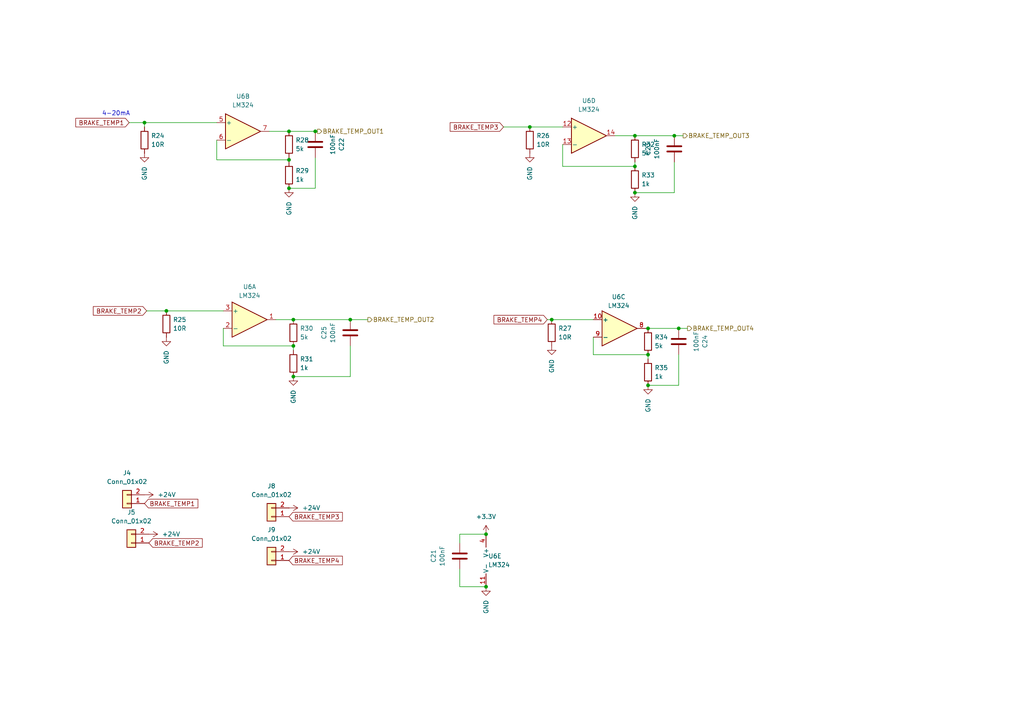
<source format=kicad_sch>
(kicad_sch
	(version 20250114)
	(generator "eeschema")
	(generator_version "9.0")
	(uuid "cce73d13-22d1-49d4-9543-7f0a97f28c74")
	(paper "A4")
	(lib_symbols
		(symbol "Amplifier_Operational:LM324"
			(pin_names
				(offset 0.127)
			)
			(exclude_from_sim no)
			(in_bom yes)
			(on_board yes)
			(property "Reference" "U"
				(at 0 5.08 0)
				(effects
					(font
						(size 1.27 1.27)
					)
					(justify left)
				)
			)
			(property "Value" "LM324"
				(at 0 -5.08 0)
				(effects
					(font
						(size 1.27 1.27)
					)
					(justify left)
				)
			)
			(property "Footprint" ""
				(at -1.27 2.54 0)
				(effects
					(font
						(size 1.27 1.27)
					)
					(hide yes)
				)
			)
			(property "Datasheet" "http://www.ti.com/lit/ds/symlink/lm2902-n.pdf"
				(at 1.27 5.08 0)
				(effects
					(font
						(size 1.27 1.27)
					)
					(hide yes)
				)
			)
			(property "Description" "Low-Power, Quad-Operational Amplifiers, DIP-14/SOIC-14/SSOP-14"
				(at 0 0 0)
				(effects
					(font
						(size 1.27 1.27)
					)
					(hide yes)
				)
			)
			(property "ki_locked" ""
				(at 0 0 0)
				(effects
					(font
						(size 1.27 1.27)
					)
				)
			)
			(property "ki_keywords" "quad opamp"
				(at 0 0 0)
				(effects
					(font
						(size 1.27 1.27)
					)
					(hide yes)
				)
			)
			(property "ki_fp_filters" "SOIC*3.9x8.7mm*P1.27mm* DIP*W7.62mm* TSSOP*4.4x5mm*P0.65mm* SSOP*5.3x6.2mm*P0.65mm* MSOP*3x3mm*P0.5mm*"
				(at 0 0 0)
				(effects
					(font
						(size 1.27 1.27)
					)
					(hide yes)
				)
			)
			(symbol "LM324_1_1"
				(polyline
					(pts
						(xy -5.08 5.08) (xy 5.08 0) (xy -5.08 -5.08) (xy -5.08 5.08)
					)
					(stroke
						(width 0.254)
						(type default)
					)
					(fill
						(type background)
					)
				)
				(pin input line
					(at -7.62 2.54 0)
					(length 2.54)
					(name "+"
						(effects
							(font
								(size 1.27 1.27)
							)
						)
					)
					(number "3"
						(effects
							(font
								(size 1.27 1.27)
							)
						)
					)
				)
				(pin input line
					(at -7.62 -2.54 0)
					(length 2.54)
					(name "-"
						(effects
							(font
								(size 1.27 1.27)
							)
						)
					)
					(number "2"
						(effects
							(font
								(size 1.27 1.27)
							)
						)
					)
				)
				(pin output line
					(at 7.62 0 180)
					(length 2.54)
					(name "~"
						(effects
							(font
								(size 1.27 1.27)
							)
						)
					)
					(number "1"
						(effects
							(font
								(size 1.27 1.27)
							)
						)
					)
				)
			)
			(symbol "LM324_2_1"
				(polyline
					(pts
						(xy -5.08 5.08) (xy 5.08 0) (xy -5.08 -5.08) (xy -5.08 5.08)
					)
					(stroke
						(width 0.254)
						(type default)
					)
					(fill
						(type background)
					)
				)
				(pin input line
					(at -7.62 2.54 0)
					(length 2.54)
					(name "+"
						(effects
							(font
								(size 1.27 1.27)
							)
						)
					)
					(number "5"
						(effects
							(font
								(size 1.27 1.27)
							)
						)
					)
				)
				(pin input line
					(at -7.62 -2.54 0)
					(length 2.54)
					(name "-"
						(effects
							(font
								(size 1.27 1.27)
							)
						)
					)
					(number "6"
						(effects
							(font
								(size 1.27 1.27)
							)
						)
					)
				)
				(pin output line
					(at 7.62 0 180)
					(length 2.54)
					(name "~"
						(effects
							(font
								(size 1.27 1.27)
							)
						)
					)
					(number "7"
						(effects
							(font
								(size 1.27 1.27)
							)
						)
					)
				)
			)
			(symbol "LM324_3_1"
				(polyline
					(pts
						(xy -5.08 5.08) (xy 5.08 0) (xy -5.08 -5.08) (xy -5.08 5.08)
					)
					(stroke
						(width 0.254)
						(type default)
					)
					(fill
						(type background)
					)
				)
				(pin input line
					(at -7.62 2.54 0)
					(length 2.54)
					(name "+"
						(effects
							(font
								(size 1.27 1.27)
							)
						)
					)
					(number "10"
						(effects
							(font
								(size 1.27 1.27)
							)
						)
					)
				)
				(pin input line
					(at -7.62 -2.54 0)
					(length 2.54)
					(name "-"
						(effects
							(font
								(size 1.27 1.27)
							)
						)
					)
					(number "9"
						(effects
							(font
								(size 1.27 1.27)
							)
						)
					)
				)
				(pin output line
					(at 7.62 0 180)
					(length 2.54)
					(name "~"
						(effects
							(font
								(size 1.27 1.27)
							)
						)
					)
					(number "8"
						(effects
							(font
								(size 1.27 1.27)
							)
						)
					)
				)
			)
			(symbol "LM324_4_1"
				(polyline
					(pts
						(xy -5.08 5.08) (xy 5.08 0) (xy -5.08 -5.08) (xy -5.08 5.08)
					)
					(stroke
						(width 0.254)
						(type default)
					)
					(fill
						(type background)
					)
				)
				(pin input line
					(at -7.62 2.54 0)
					(length 2.54)
					(name "+"
						(effects
							(font
								(size 1.27 1.27)
							)
						)
					)
					(number "12"
						(effects
							(font
								(size 1.27 1.27)
							)
						)
					)
				)
				(pin input line
					(at -7.62 -2.54 0)
					(length 2.54)
					(name "-"
						(effects
							(font
								(size 1.27 1.27)
							)
						)
					)
					(number "13"
						(effects
							(font
								(size 1.27 1.27)
							)
						)
					)
				)
				(pin output line
					(at 7.62 0 180)
					(length 2.54)
					(name "~"
						(effects
							(font
								(size 1.27 1.27)
							)
						)
					)
					(number "14"
						(effects
							(font
								(size 1.27 1.27)
							)
						)
					)
				)
			)
			(symbol "LM324_5_1"
				(pin power_in line
					(at -2.54 7.62 270)
					(length 3.81)
					(name "V+"
						(effects
							(font
								(size 1.27 1.27)
							)
						)
					)
					(number "4"
						(effects
							(font
								(size 1.27 1.27)
							)
						)
					)
				)
				(pin power_in line
					(at -2.54 -7.62 90)
					(length 3.81)
					(name "V-"
						(effects
							(font
								(size 1.27 1.27)
							)
						)
					)
					(number "11"
						(effects
							(font
								(size 1.27 1.27)
							)
						)
					)
				)
			)
			(embedded_fonts no)
		)
		(symbol "Connector_Generic:Conn_01x02"
			(pin_names
				(offset 1.016)
				(hide yes)
			)
			(exclude_from_sim no)
			(in_bom yes)
			(on_board yes)
			(property "Reference" "J"
				(at 0 2.54 0)
				(effects
					(font
						(size 1.27 1.27)
					)
				)
			)
			(property "Value" "Conn_01x02"
				(at 0 -5.08 0)
				(effects
					(font
						(size 1.27 1.27)
					)
				)
			)
			(property "Footprint" ""
				(at 0 0 0)
				(effects
					(font
						(size 1.27 1.27)
					)
					(hide yes)
				)
			)
			(property "Datasheet" "~"
				(at 0 0 0)
				(effects
					(font
						(size 1.27 1.27)
					)
					(hide yes)
				)
			)
			(property "Description" "Generic connector, single row, 01x02, script generated (kicad-library-utils/schlib/autogen/connector/)"
				(at 0 0 0)
				(effects
					(font
						(size 1.27 1.27)
					)
					(hide yes)
				)
			)
			(property "ki_keywords" "connector"
				(at 0 0 0)
				(effects
					(font
						(size 1.27 1.27)
					)
					(hide yes)
				)
			)
			(property "ki_fp_filters" "Connector*:*_1x??_*"
				(at 0 0 0)
				(effects
					(font
						(size 1.27 1.27)
					)
					(hide yes)
				)
			)
			(symbol "Conn_01x02_1_1"
				(rectangle
					(start -1.27 1.27)
					(end 1.27 -3.81)
					(stroke
						(width 0.254)
						(type default)
					)
					(fill
						(type background)
					)
				)
				(rectangle
					(start -1.27 0.127)
					(end 0 -0.127)
					(stroke
						(width 0.1524)
						(type default)
					)
					(fill
						(type none)
					)
				)
				(rectangle
					(start -1.27 -2.413)
					(end 0 -2.667)
					(stroke
						(width 0.1524)
						(type default)
					)
					(fill
						(type none)
					)
				)
				(pin passive line
					(at -5.08 0 0)
					(length 3.81)
					(name "Pin_1"
						(effects
							(font
								(size 1.27 1.27)
							)
						)
					)
					(number "1"
						(effects
							(font
								(size 1.27 1.27)
							)
						)
					)
				)
				(pin passive line
					(at -5.08 -2.54 0)
					(length 3.81)
					(name "Pin_2"
						(effects
							(font
								(size 1.27 1.27)
							)
						)
					)
					(number "2"
						(effects
							(font
								(size 1.27 1.27)
							)
						)
					)
				)
			)
			(embedded_fonts no)
		)
		(symbol "Device:C"
			(pin_numbers
				(hide yes)
			)
			(pin_names
				(offset 0.254)
			)
			(exclude_from_sim no)
			(in_bom yes)
			(on_board yes)
			(property "Reference" "C"
				(at 0.635 2.54 0)
				(effects
					(font
						(size 1.27 1.27)
					)
					(justify left)
				)
			)
			(property "Value" "C"
				(at 0.635 -2.54 0)
				(effects
					(font
						(size 1.27 1.27)
					)
					(justify left)
				)
			)
			(property "Footprint" ""
				(at 0.9652 -3.81 0)
				(effects
					(font
						(size 1.27 1.27)
					)
					(hide yes)
				)
			)
			(property "Datasheet" "~"
				(at 0 0 0)
				(effects
					(font
						(size 1.27 1.27)
					)
					(hide yes)
				)
			)
			(property "Description" "Unpolarized capacitor"
				(at 0 0 0)
				(effects
					(font
						(size 1.27 1.27)
					)
					(hide yes)
				)
			)
			(property "ki_keywords" "cap capacitor"
				(at 0 0 0)
				(effects
					(font
						(size 1.27 1.27)
					)
					(hide yes)
				)
			)
			(property "ki_fp_filters" "C_*"
				(at 0 0 0)
				(effects
					(font
						(size 1.27 1.27)
					)
					(hide yes)
				)
			)
			(symbol "C_0_1"
				(polyline
					(pts
						(xy -2.032 0.762) (xy 2.032 0.762)
					)
					(stroke
						(width 0.508)
						(type default)
					)
					(fill
						(type none)
					)
				)
				(polyline
					(pts
						(xy -2.032 -0.762) (xy 2.032 -0.762)
					)
					(stroke
						(width 0.508)
						(type default)
					)
					(fill
						(type none)
					)
				)
			)
			(symbol "C_1_1"
				(pin passive line
					(at 0 3.81 270)
					(length 2.794)
					(name "~"
						(effects
							(font
								(size 1.27 1.27)
							)
						)
					)
					(number "1"
						(effects
							(font
								(size 1.27 1.27)
							)
						)
					)
				)
				(pin passive line
					(at 0 -3.81 90)
					(length 2.794)
					(name "~"
						(effects
							(font
								(size 1.27 1.27)
							)
						)
					)
					(number "2"
						(effects
							(font
								(size 1.27 1.27)
							)
						)
					)
				)
			)
			(embedded_fonts no)
		)
		(symbol "Device:R"
			(pin_numbers
				(hide yes)
			)
			(pin_names
				(offset 0)
			)
			(exclude_from_sim no)
			(in_bom yes)
			(on_board yes)
			(property "Reference" "R"
				(at 2.032 0 90)
				(effects
					(font
						(size 1.27 1.27)
					)
				)
			)
			(property "Value" "R"
				(at 0 0 90)
				(effects
					(font
						(size 1.27 1.27)
					)
				)
			)
			(property "Footprint" ""
				(at -1.778 0 90)
				(effects
					(font
						(size 1.27 1.27)
					)
					(hide yes)
				)
			)
			(property "Datasheet" "~"
				(at 0 0 0)
				(effects
					(font
						(size 1.27 1.27)
					)
					(hide yes)
				)
			)
			(property "Description" "Resistor"
				(at 0 0 0)
				(effects
					(font
						(size 1.27 1.27)
					)
					(hide yes)
				)
			)
			(property "ki_keywords" "R res resistor"
				(at 0 0 0)
				(effects
					(font
						(size 1.27 1.27)
					)
					(hide yes)
				)
			)
			(property "ki_fp_filters" "R_*"
				(at 0 0 0)
				(effects
					(font
						(size 1.27 1.27)
					)
					(hide yes)
				)
			)
			(symbol "R_0_1"
				(rectangle
					(start -1.016 -2.54)
					(end 1.016 2.54)
					(stroke
						(width 0.254)
						(type default)
					)
					(fill
						(type none)
					)
				)
			)
			(symbol "R_1_1"
				(pin passive line
					(at 0 3.81 270)
					(length 1.27)
					(name "~"
						(effects
							(font
								(size 1.27 1.27)
							)
						)
					)
					(number "1"
						(effects
							(font
								(size 1.27 1.27)
							)
						)
					)
				)
				(pin passive line
					(at 0 -3.81 90)
					(length 1.27)
					(name "~"
						(effects
							(font
								(size 1.27 1.27)
							)
						)
					)
					(number "2"
						(effects
							(font
								(size 1.27 1.27)
							)
						)
					)
				)
			)
			(embedded_fonts no)
		)
		(symbol "power:+24V"
			(power)
			(pin_numbers
				(hide yes)
			)
			(pin_names
				(offset 0)
				(hide yes)
			)
			(exclude_from_sim no)
			(in_bom yes)
			(on_board yes)
			(property "Reference" "#PWR"
				(at 0 -3.81 0)
				(effects
					(font
						(size 1.27 1.27)
					)
					(hide yes)
				)
			)
			(property "Value" "+24V"
				(at 0 3.556 0)
				(effects
					(font
						(size 1.27 1.27)
					)
				)
			)
			(property "Footprint" ""
				(at 0 0 0)
				(effects
					(font
						(size 1.27 1.27)
					)
					(hide yes)
				)
			)
			(property "Datasheet" ""
				(at 0 0 0)
				(effects
					(font
						(size 1.27 1.27)
					)
					(hide yes)
				)
			)
			(property "Description" "Power symbol creates a global label with name \"+24V\""
				(at 0 0 0)
				(effects
					(font
						(size 1.27 1.27)
					)
					(hide yes)
				)
			)
			(property "ki_keywords" "global power"
				(at 0 0 0)
				(effects
					(font
						(size 1.27 1.27)
					)
					(hide yes)
				)
			)
			(symbol "+24V_0_1"
				(polyline
					(pts
						(xy -0.762 1.27) (xy 0 2.54)
					)
					(stroke
						(width 0)
						(type default)
					)
					(fill
						(type none)
					)
				)
				(polyline
					(pts
						(xy 0 2.54) (xy 0.762 1.27)
					)
					(stroke
						(width 0)
						(type default)
					)
					(fill
						(type none)
					)
				)
				(polyline
					(pts
						(xy 0 0) (xy 0 2.54)
					)
					(stroke
						(width 0)
						(type default)
					)
					(fill
						(type none)
					)
				)
			)
			(symbol "+24V_1_1"
				(pin power_in line
					(at 0 0 90)
					(length 0)
					(name "~"
						(effects
							(font
								(size 1.27 1.27)
							)
						)
					)
					(number "1"
						(effects
							(font
								(size 1.27 1.27)
							)
						)
					)
				)
			)
			(embedded_fonts no)
		)
		(symbol "power:+3.3V"
			(power)
			(pin_numbers
				(hide yes)
			)
			(pin_names
				(offset 0)
				(hide yes)
			)
			(exclude_from_sim no)
			(in_bom yes)
			(on_board yes)
			(property "Reference" "#PWR"
				(at 0 -3.81 0)
				(effects
					(font
						(size 1.27 1.27)
					)
					(hide yes)
				)
			)
			(property "Value" "+3.3V"
				(at 0 3.556 0)
				(effects
					(font
						(size 1.27 1.27)
					)
				)
			)
			(property "Footprint" ""
				(at 0 0 0)
				(effects
					(font
						(size 1.27 1.27)
					)
					(hide yes)
				)
			)
			(property "Datasheet" ""
				(at 0 0 0)
				(effects
					(font
						(size 1.27 1.27)
					)
					(hide yes)
				)
			)
			(property "Description" "Power symbol creates a global label with name \"+3.3V\""
				(at 0 0 0)
				(effects
					(font
						(size 1.27 1.27)
					)
					(hide yes)
				)
			)
			(property "ki_keywords" "global power"
				(at 0 0 0)
				(effects
					(font
						(size 1.27 1.27)
					)
					(hide yes)
				)
			)
			(symbol "+3.3V_0_1"
				(polyline
					(pts
						(xy -0.762 1.27) (xy 0 2.54)
					)
					(stroke
						(width 0)
						(type default)
					)
					(fill
						(type none)
					)
				)
				(polyline
					(pts
						(xy 0 2.54) (xy 0.762 1.27)
					)
					(stroke
						(width 0)
						(type default)
					)
					(fill
						(type none)
					)
				)
				(polyline
					(pts
						(xy 0 0) (xy 0 2.54)
					)
					(stroke
						(width 0)
						(type default)
					)
					(fill
						(type none)
					)
				)
			)
			(symbol "+3.3V_1_1"
				(pin power_in line
					(at 0 0 90)
					(length 0)
					(name "~"
						(effects
							(font
								(size 1.27 1.27)
							)
						)
					)
					(number "1"
						(effects
							(font
								(size 1.27 1.27)
							)
						)
					)
				)
			)
			(embedded_fonts no)
		)
		(symbol "power:GND"
			(power)
			(pin_numbers
				(hide yes)
			)
			(pin_names
				(offset 0)
				(hide yes)
			)
			(exclude_from_sim no)
			(in_bom yes)
			(on_board yes)
			(property "Reference" "#PWR"
				(at 0 -6.35 0)
				(effects
					(font
						(size 1.27 1.27)
					)
					(hide yes)
				)
			)
			(property "Value" "GND"
				(at 0 -3.81 0)
				(effects
					(font
						(size 1.27 1.27)
					)
				)
			)
			(property "Footprint" ""
				(at 0 0 0)
				(effects
					(font
						(size 1.27 1.27)
					)
					(hide yes)
				)
			)
			(property "Datasheet" ""
				(at 0 0 0)
				(effects
					(font
						(size 1.27 1.27)
					)
					(hide yes)
				)
			)
			(property "Description" "Power symbol creates a global label with name \"GND\" , ground"
				(at 0 0 0)
				(effects
					(font
						(size 1.27 1.27)
					)
					(hide yes)
				)
			)
			(property "ki_keywords" "global power"
				(at 0 0 0)
				(effects
					(font
						(size 1.27 1.27)
					)
					(hide yes)
				)
			)
			(symbol "GND_0_1"
				(polyline
					(pts
						(xy 0 0) (xy 0 -1.27) (xy 1.27 -1.27) (xy 0 -2.54) (xy -1.27 -1.27) (xy 0 -1.27)
					)
					(stroke
						(width 0)
						(type default)
					)
					(fill
						(type none)
					)
				)
			)
			(symbol "GND_1_1"
				(pin power_in line
					(at 0 0 270)
					(length 0)
					(name "~"
						(effects
							(font
								(size 1.27 1.27)
							)
						)
					)
					(number "1"
						(effects
							(font
								(size 1.27 1.27)
							)
						)
					)
				)
			)
			(embedded_fonts no)
		)
	)
	(text "4-20mA"
		(exclude_from_sim no)
		(at 33.655 33.02 0)
		(effects
			(font
				(size 1.27 1.27)
			)
		)
		(uuid "b4c44d07-a4b3-4525-b950-274ec626de13")
	)
	(junction
		(at 91.44 38.1)
		(diameter 0)
		(color 0 0 0 0)
		(uuid "0ed0b872-d7da-4874-8ff8-3d47e09962ad")
	)
	(junction
		(at 140.97 154.94)
		(diameter 0)
		(color 0 0 0 0)
		(uuid "10211913-344f-4d0a-932d-5896dfa81f02")
	)
	(junction
		(at 83.82 38.1)
		(diameter 0)
		(color 0 0 0 0)
		(uuid "11374e04-8f89-41c3-9f31-66166aee72cf")
	)
	(junction
		(at 195.58 39.37)
		(diameter 0)
		(color 0 0 0 0)
		(uuid "179dea65-7209-4c63-9649-6b0222748737")
	)
	(junction
		(at 160.02 92.71)
		(diameter 0)
		(color 0 0 0 0)
		(uuid "439cee8d-b9ca-418c-b2ad-7e1ba19f63d4")
	)
	(junction
		(at 83.82 46.355)
		(diameter 0)
		(color 0 0 0 0)
		(uuid "43a6e153-8fbd-4c59-b11b-78c4a441e7c8")
	)
	(junction
		(at 184.15 48.26)
		(diameter 0)
		(color 0 0 0 0)
		(uuid "489eba8a-c990-41bb-919e-99b26c5bb4ed")
	)
	(junction
		(at 187.96 111.76)
		(diameter 0)
		(color 0 0 0 0)
		(uuid "5658fa5e-fc97-4a75-9231-dbf5e5c18786")
	)
	(junction
		(at 85.09 100.33)
		(diameter 0)
		(color 0 0 0 0)
		(uuid "5fd80126-88b2-47d1-a718-d4bd15dd45b5")
	)
	(junction
		(at 85.09 92.71)
		(diameter 0)
		(color 0 0 0 0)
		(uuid "7b89a38d-852b-4119-90b2-6afbea87b61d")
	)
	(junction
		(at 85.09 109.22)
		(diameter 0)
		(color 0 0 0 0)
		(uuid "8254cd20-2ffc-4f31-8676-263431d715d0")
	)
	(junction
		(at 41.91 35.56)
		(diameter 0)
		(color 0 0 0 0)
		(uuid "850421b7-36fb-470c-8b58-7e42291ce54b")
	)
	(junction
		(at 196.85 95.25)
		(diameter 0)
		(color 0 0 0 0)
		(uuid "8ebdffe3-6e81-4510-bf5f-73761117d4fd")
	)
	(junction
		(at 187.96 95.25)
		(diameter 0)
		(color 0 0 0 0)
		(uuid "9e95b3a3-3bf4-47d1-9cae-6aacd30ee7b1")
	)
	(junction
		(at 48.26 90.17)
		(diameter 0)
		(color 0 0 0 0)
		(uuid "b0978b6c-7661-42fc-a189-a56e957422ee")
	)
	(junction
		(at 187.96 102.87)
		(diameter 0)
		(color 0 0 0 0)
		(uuid "b0bacad5-ccd6-41c6-b2dc-d0372590cb72")
	)
	(junction
		(at 140.97 170.18)
		(diameter 0)
		(color 0 0 0 0)
		(uuid "bda31431-157f-4288-aecf-01d44045fbd0")
	)
	(junction
		(at 184.15 39.37)
		(diameter 0)
		(color 0 0 0 0)
		(uuid "d417ac9b-ddad-4055-aef8-fad4bf467a84")
	)
	(junction
		(at 153.67 36.83)
		(diameter 0)
		(color 0 0 0 0)
		(uuid "da831c81-8c40-4998-b8ad-4b772ab44b49")
	)
	(junction
		(at 101.6 92.71)
		(diameter 0)
		(color 0 0 0 0)
		(uuid "dffb520f-da51-4807-807c-49530e5ab864")
	)
	(junction
		(at 83.82 54.61)
		(diameter 0)
		(color 0 0 0 0)
		(uuid "e6dbc65b-345b-48e5-8544-4b199688d667")
	)
	(junction
		(at 184.15 55.88)
		(diameter 0)
		(color 0 0 0 0)
		(uuid "ee5dd073-92aa-40b5-a628-2f3df2f7b8d5")
	)
	(wire
		(pts
			(xy 48.26 90.17) (xy 64.77 90.17)
		)
		(stroke
			(width 0)
			(type default)
		)
		(uuid "0302d33c-4159-4aef-95af-1813cd62b0ef")
	)
	(wire
		(pts
			(xy 184.15 39.37) (xy 178.435 39.37)
		)
		(stroke
			(width 0)
			(type default)
		)
		(uuid "104b789b-44a8-4d26-be2d-6f2a9946e393")
	)
	(wire
		(pts
			(xy 41.91 35.56) (xy 37.465 35.56)
		)
		(stroke
			(width 0)
			(type default)
		)
		(uuid "11970c97-e29f-496d-828d-f4d215b393eb")
	)
	(wire
		(pts
			(xy 83.82 46.99) (xy 83.82 46.355)
		)
		(stroke
			(width 0)
			(type default)
		)
		(uuid "151fac75-7438-4c85-9d3b-b2b19f756237")
	)
	(wire
		(pts
			(xy 83.82 38.1) (xy 78.105 38.1)
		)
		(stroke
			(width 0)
			(type default)
		)
		(uuid "1d08a239-e357-4e9b-82d5-cfb43f0799ec")
	)
	(wire
		(pts
			(xy 91.44 45.72) (xy 91.44 54.61)
		)
		(stroke
			(width 0)
			(type default)
		)
		(uuid "1f8d0807-a998-44a9-a8a8-967fa11f032d")
	)
	(wire
		(pts
			(xy 91.44 54.61) (xy 83.82 54.61)
		)
		(stroke
			(width 0)
			(type default)
		)
		(uuid "2068bd9d-e339-4bae-849a-bef73ad995f6")
	)
	(wire
		(pts
			(xy 160.02 92.71) (xy 172.085 92.71)
		)
		(stroke
			(width 0)
			(type default)
		)
		(uuid "2584ea09-b02a-4ecd-a591-115cd8449bd5")
	)
	(wire
		(pts
			(xy 195.58 46.99) (xy 195.58 55.88)
		)
		(stroke
			(width 0)
			(type default)
		)
		(uuid "26c55ca5-1ccb-4c02-9b9f-4624b3e6cdc2")
	)
	(wire
		(pts
			(xy 133.35 154.94) (xy 140.97 154.94)
		)
		(stroke
			(width 0)
			(type default)
		)
		(uuid "278cf3d7-2abc-4846-aa40-06b93935e889")
	)
	(wire
		(pts
			(xy 133.35 170.18) (xy 140.97 170.18)
		)
		(stroke
			(width 0)
			(type default)
		)
		(uuid "285c5fca-c470-45e8-ad5b-3d172f1b3b91")
	)
	(wire
		(pts
			(xy 42.545 90.17) (xy 48.26 90.17)
		)
		(stroke
			(width 0)
			(type default)
		)
		(uuid "2975b418-5294-4720-96e4-4d88dcf2aeb7")
	)
	(wire
		(pts
			(xy 172.085 102.87) (xy 172.085 97.79)
		)
		(stroke
			(width 0)
			(type default)
		)
		(uuid "2bf8294c-6078-491c-84bf-d2ad242b2d0a")
	)
	(wire
		(pts
			(xy 187.96 102.87) (xy 187.96 104.14)
		)
		(stroke
			(width 0)
			(type default)
		)
		(uuid "2f08c8c2-b4a1-41ab-9a19-0fcae3bfb059")
	)
	(wire
		(pts
			(xy 133.35 157.48) (xy 133.35 154.94)
		)
		(stroke
			(width 0)
			(type default)
		)
		(uuid "33ff20a7-0c6e-45b6-ae21-a278adb632b9")
	)
	(wire
		(pts
			(xy 184.15 48.26) (xy 184.15 46.99)
		)
		(stroke
			(width 0)
			(type default)
		)
		(uuid "44c187b9-44ad-4a7b-8bb4-d9e5c7c705f1")
	)
	(wire
		(pts
			(xy 41.91 36.83) (xy 41.91 35.56)
		)
		(stroke
			(width 0)
			(type default)
		)
		(uuid "46ea5950-e9e5-4b33-8563-5007420ec9d2")
	)
	(wire
		(pts
			(xy 146.05 36.83) (xy 153.67 36.83)
		)
		(stroke
			(width 0)
			(type default)
		)
		(uuid "4d6f7a19-66dc-4450-8662-ef452af977e1")
	)
	(wire
		(pts
			(xy 133.35 165.1) (xy 133.35 170.18)
		)
		(stroke
			(width 0)
			(type default)
		)
		(uuid "573ab27c-dd69-445f-a316-07127fcd7b1c")
	)
	(wire
		(pts
			(xy 198.12 39.37) (xy 195.58 39.37)
		)
		(stroke
			(width 0)
			(type default)
		)
		(uuid "65da5fc7-babd-48bb-b59f-fbf2ead68ce8")
	)
	(wire
		(pts
			(xy 85.09 100.33) (xy 85.09 101.6)
		)
		(stroke
			(width 0)
			(type default)
		)
		(uuid "66d1c809-277b-4d63-8765-0013b3989b19")
	)
	(wire
		(pts
			(xy 92.075 38.1) (xy 91.44 38.1)
		)
		(stroke
			(width 0)
			(type default)
		)
		(uuid "66f33594-6518-4eb9-a81a-cea904c82158")
	)
	(wire
		(pts
			(xy 62.865 40.64) (xy 62.865 46.355)
		)
		(stroke
			(width 0)
			(type default)
		)
		(uuid "8177a838-2ef0-4668-b869-4de5b44adfaf")
	)
	(wire
		(pts
			(xy 83.82 45.72) (xy 83.82 46.355)
		)
		(stroke
			(width 0)
			(type default)
		)
		(uuid "85ea1295-4ee6-41ec-ae5a-65794e845d0f")
	)
	(wire
		(pts
			(xy 85.09 100.33) (xy 64.77 100.33)
		)
		(stroke
			(width 0)
			(type default)
		)
		(uuid "891f51f0-6a6c-4326-b54e-aab3777ee6be")
	)
	(wire
		(pts
			(xy 41.91 35.56) (xy 62.865 35.56)
		)
		(stroke
			(width 0)
			(type default)
		)
		(uuid "8940029a-1d31-45bf-aa13-4b110467f1d1")
	)
	(wire
		(pts
			(xy 64.77 100.33) (xy 64.77 95.25)
		)
		(stroke
			(width 0)
			(type default)
		)
		(uuid "89f4a4f7-784b-4855-b699-8349f178d774")
	)
	(wire
		(pts
			(xy 101.6 100.33) (xy 101.6 109.22)
		)
		(stroke
			(width 0)
			(type default)
		)
		(uuid "8ae53055-1167-4121-b6a3-a996249e76a3")
	)
	(wire
		(pts
			(xy 153.67 36.83) (xy 163.195 36.83)
		)
		(stroke
			(width 0)
			(type default)
		)
		(uuid "920bde66-ebd2-429a-ae01-06b103301775")
	)
	(wire
		(pts
			(xy 196.85 102.87) (xy 196.85 111.76)
		)
		(stroke
			(width 0)
			(type default)
		)
		(uuid "9257f83e-0d46-4b40-a55e-6a18f44586b8")
	)
	(wire
		(pts
			(xy 62.865 46.355) (xy 83.82 46.355)
		)
		(stroke
			(width 0)
			(type default)
		)
		(uuid "a1c752b1-f0b3-4d8e-956e-dc447911fa39")
	)
	(wire
		(pts
			(xy 158.75 92.71) (xy 160.02 92.71)
		)
		(stroke
			(width 0)
			(type default)
		)
		(uuid "a76a8357-0d0b-43a4-86f1-2f9762e7b3ce")
	)
	(wire
		(pts
			(xy 91.44 38.1) (xy 83.82 38.1)
		)
		(stroke
			(width 0)
			(type default)
		)
		(uuid "ae318c7c-b593-4cdc-aadb-42bffe544247")
	)
	(wire
		(pts
			(xy 163.195 41.91) (xy 163.195 48.26)
		)
		(stroke
			(width 0)
			(type default)
		)
		(uuid "b21a6dfb-49f1-4f8a-8ae2-ad8799449004")
	)
	(wire
		(pts
			(xy 85.09 92.71) (xy 80.01 92.71)
		)
		(stroke
			(width 0)
			(type default)
		)
		(uuid "b5aadd0b-3711-403b-aa37-928709b86537")
	)
	(wire
		(pts
			(xy 196.85 111.76) (xy 187.96 111.76)
		)
		(stroke
			(width 0)
			(type default)
		)
		(uuid "b9329b7d-c4df-4693-b6f1-fb3557048f40")
	)
	(wire
		(pts
			(xy 187.96 102.87) (xy 172.085 102.87)
		)
		(stroke
			(width 0)
			(type default)
		)
		(uuid "bf720685-267b-4d9f-af03-ed0070d9d939")
	)
	(wire
		(pts
			(xy 187.96 95.25) (xy 187.325 95.25)
		)
		(stroke
			(width 0)
			(type default)
		)
		(uuid "c8fddba5-df90-4f10-9593-a4c83cd9a72f")
	)
	(wire
		(pts
			(xy 199.39 95.25) (xy 196.85 95.25)
		)
		(stroke
			(width 0)
			(type default)
		)
		(uuid "d6e8e6d8-56c0-487d-bb15-5994ba8191df")
	)
	(wire
		(pts
			(xy 195.58 39.37) (xy 184.15 39.37)
		)
		(stroke
			(width 0)
			(type default)
		)
		(uuid "d7b94c9e-a26f-487a-b620-f5374866f24e")
	)
	(wire
		(pts
			(xy 195.58 55.88) (xy 184.15 55.88)
		)
		(stroke
			(width 0)
			(type default)
		)
		(uuid "da2a4173-0d60-4636-9cc4-1a41d941d1df")
	)
	(wire
		(pts
			(xy 163.195 48.26) (xy 184.15 48.26)
		)
		(stroke
			(width 0)
			(type default)
		)
		(uuid "dbe765aa-0855-483b-843b-8cf314b49b48")
	)
	(wire
		(pts
			(xy 85.09 92.71) (xy 101.6 92.71)
		)
		(stroke
			(width 0)
			(type default)
		)
		(uuid "dcf42bcb-63c9-41ab-ae74-b93a06b63a55")
	)
	(wire
		(pts
			(xy 196.85 95.25) (xy 187.96 95.25)
		)
		(stroke
			(width 0)
			(type default)
		)
		(uuid "ec47599a-0105-4fdd-a911-b61e5f98e573")
	)
	(wire
		(pts
			(xy 106.68 92.71) (xy 101.6 92.71)
		)
		(stroke
			(width 0)
			(type default)
		)
		(uuid "ef0b355f-17a6-4f9f-9837-8bf0b17e2919")
	)
	(wire
		(pts
			(xy 85.09 109.22) (xy 101.6 109.22)
		)
		(stroke
			(width 0)
			(type default)
		)
		(uuid "f7476b22-a6e8-47e8-be95-d468fc251707")
	)
	(global_label "BRAKE_TEMP1"
		(shape input)
		(at 41.91 146.05 0)
		(fields_autoplaced yes)
		(effects
			(font
				(size 1.27 1.27)
			)
			(justify left)
		)
		(uuid "0bbad697-061e-4cfb-bb0c-bb14c78fd7fe")
		(property "Intersheetrefs" "${INTERSHEET_REFS}"
			(at 57.9579 146.05 0)
			(effects
				(font
					(size 1.27 1.27)
				)
				(justify left)
				(hide yes)
			)
		)
	)
	(global_label "BRAKE_TEMP3"
		(shape input)
		(at 146.05 36.83 180)
		(fields_autoplaced yes)
		(effects
			(font
				(size 1.27 1.27)
			)
			(justify right)
		)
		(uuid "26ae0acc-1c3f-4264-ac9c-61438786ee6c")
		(property "Intersheetrefs" "${INTERSHEET_REFS}"
			(at 130.0021 36.83 0)
			(effects
				(font
					(size 1.27 1.27)
				)
				(justify right)
				(hide yes)
			)
		)
	)
	(global_label "BRAKE_TEMP2"
		(shape input)
		(at 42.545 90.17 180)
		(fields_autoplaced yes)
		(effects
			(font
				(size 1.27 1.27)
			)
			(justify right)
		)
		(uuid "3824abda-e897-45a9-8b7b-2619a8005927")
		(property "Intersheetrefs" "${INTERSHEET_REFS}"
			(at 26.4971 90.17 0)
			(effects
				(font
					(size 1.27 1.27)
				)
				(justify right)
				(hide yes)
			)
		)
	)
	(global_label "BRAKE_TEMP4"
		(shape input)
		(at 83.82 162.56 0)
		(fields_autoplaced yes)
		(effects
			(font
				(size 1.27 1.27)
			)
			(justify left)
		)
		(uuid "52f92f12-cff0-4404-9a24-40e984f3b952")
		(property "Intersheetrefs" "${INTERSHEET_REFS}"
			(at 99.8679 162.56 0)
			(effects
				(font
					(size 1.27 1.27)
				)
				(justify left)
				(hide yes)
			)
		)
	)
	(global_label "BRAKE_TEMP2"
		(shape input)
		(at 43.18 157.48 0)
		(fields_autoplaced yes)
		(effects
			(font
				(size 1.27 1.27)
			)
			(justify left)
		)
		(uuid "666f5ff7-94f6-4447-8de6-258157b86b38")
		(property "Intersheetrefs" "${INTERSHEET_REFS}"
			(at 59.2279 157.48 0)
			(effects
				(font
					(size 1.27 1.27)
				)
				(justify left)
				(hide yes)
			)
		)
	)
	(global_label "BRAKE_TEMP3"
		(shape input)
		(at 83.82 149.86 0)
		(fields_autoplaced yes)
		(effects
			(font
				(size 1.27 1.27)
			)
			(justify left)
		)
		(uuid "83741279-b475-4e7b-8613-04aa8510ca30")
		(property "Intersheetrefs" "${INTERSHEET_REFS}"
			(at 99.8679 149.86 0)
			(effects
				(font
					(size 1.27 1.27)
				)
				(justify left)
				(hide yes)
			)
		)
	)
	(global_label "BRAKE_TEMP1"
		(shape input)
		(at 37.465 35.56 180)
		(fields_autoplaced yes)
		(effects
			(font
				(size 1.27 1.27)
			)
			(justify right)
		)
		(uuid "cbfeda1c-ab39-4067-9618-b898bc97ab39")
		(property "Intersheetrefs" "${INTERSHEET_REFS}"
			(at 21.4171 35.56 0)
			(effects
				(font
					(size 1.27 1.27)
				)
				(justify right)
				(hide yes)
			)
		)
	)
	(global_label "BRAKE_TEMP4"
		(shape input)
		(at 158.75 92.71 180)
		(fields_autoplaced yes)
		(effects
			(font
				(size 1.27 1.27)
			)
			(justify right)
		)
		(uuid "d94b9eb6-fa93-4b0e-9254-9b7a5b3b77fb")
		(property "Intersheetrefs" "${INTERSHEET_REFS}"
			(at 142.7021 92.71 0)
			(effects
				(font
					(size 1.27 1.27)
				)
				(justify right)
				(hide yes)
			)
		)
	)
	(hierarchical_label "BRAKE_TEMP_OUT3"
		(shape output)
		(at 198.12 39.37 0)
		(effects
			(font
				(size 1.27 1.27)
			)
			(justify left)
		)
		(uuid "23564e59-b641-43a0-9d80-54d7496e4721")
	)
	(hierarchical_label "BRAKE_TEMP_OUT1"
		(shape output)
		(at 92.075 38.1 0)
		(effects
			(font
				(size 1.27 1.27)
			)
			(justify left)
		)
		(uuid "250f3258-4b7d-4938-aed5-4c10ef88334e")
	)
	(hierarchical_label "BRAKE_TEMP_OUT4"
		(shape output)
		(at 199.39 95.25 0)
		(effects
			(font
				(size 1.27 1.27)
			)
			(justify left)
		)
		(uuid "936bfc3f-e4ca-4943-9b61-c27d8b9e7ee9")
	)
	(hierarchical_label "BRAKE_TEMP_OUT2"
		(shape output)
		(at 106.68 92.71 0)
		(effects
			(font
				(size 1.27 1.27)
			)
			(justify left)
		)
		(uuid "af43ab79-576e-4095-9aa9-73e7c923fab1")
	)
	(symbol
		(lib_id "power:GND")
		(at 184.15 55.88 0)
		(unit 1)
		(exclude_from_sim no)
		(in_bom yes)
		(on_board yes)
		(dnp no)
		(fields_autoplaced yes)
		(uuid "01739978-b5d6-43e0-b4bf-9c0743ae8d95")
		(property "Reference" "#PWR070"
			(at 184.15 62.23 0)
			(effects
				(font
					(size 1.27 1.27)
				)
				(hide yes)
			)
		)
		(property "Value" "GND"
			(at 184.1501 59.69 90)
			(effects
				(font
					(size 1.27 1.27)
				)
				(justify right)
			)
		)
		(property "Footprint" ""
			(at 184.15 55.88 0)
			(effects
				(font
					(size 1.27 1.27)
				)
				(hide yes)
			)
		)
		(property "Datasheet" ""
			(at 184.15 55.88 0)
			(effects
				(font
					(size 1.27 1.27)
				)
				(hide yes)
			)
		)
		(property "Description" "Power symbol creates a global label with name \"GND\" , ground"
			(at 184.15 55.88 0)
			(effects
				(font
					(size 1.27 1.27)
				)
				(hide yes)
			)
		)
		(pin "1"
			(uuid "60614bfa-4a33-4478-a207-f83dc1b12d51")
		)
		(instances
			(project "sensorboard_v10"
				(path "/bee3e03c-9a5f-4c66-913e-823f7b125a2a/02657d5f-35c3-459a-91ca-e89a2aa05d13"
					(reference "#PWR070")
					(unit 1)
				)
			)
		)
	)
	(symbol
		(lib_id "power:GND")
		(at 41.91 44.45 0)
		(unit 1)
		(exclude_from_sim no)
		(in_bom yes)
		(on_board yes)
		(dnp no)
		(fields_autoplaced yes)
		(uuid "07b2a380-f731-4de0-bad5-3eec02eaba19")
		(property "Reference" "#PWR062"
			(at 41.91 50.8 0)
			(effects
				(font
					(size 1.27 1.27)
				)
				(hide yes)
			)
		)
		(property "Value" "GND"
			(at 41.9101 48.26 90)
			(effects
				(font
					(size 1.27 1.27)
				)
				(justify right)
			)
		)
		(property "Footprint" ""
			(at 41.91 44.45 0)
			(effects
				(font
					(size 1.27 1.27)
				)
				(hide yes)
			)
		)
		(property "Datasheet" ""
			(at 41.91 44.45 0)
			(effects
				(font
					(size 1.27 1.27)
				)
				(hide yes)
			)
		)
		(property "Description" "Power symbol creates a global label with name \"GND\" , ground"
			(at 41.91 44.45 0)
			(effects
				(font
					(size 1.27 1.27)
				)
				(hide yes)
			)
		)
		(pin "1"
			(uuid "f01d14ed-4db6-4c69-ac03-b81cf0c526d6")
		)
		(instances
			(project "sensorboard_v10"
				(path "/bee3e03c-9a5f-4c66-913e-823f7b125a2a/02657d5f-35c3-459a-91ca-e89a2aa05d13"
					(reference "#PWR062")
					(unit 1)
				)
			)
		)
	)
	(symbol
		(lib_id "Amplifier_Operational:LM324")
		(at 72.39 92.71 0)
		(unit 1)
		(exclude_from_sim no)
		(in_bom yes)
		(on_board yes)
		(dnp no)
		(fields_autoplaced yes)
		(uuid "15049425-57d7-44ab-8e91-195c10462b8d")
		(property "Reference" "U6"
			(at 72.39 83.185 0)
			(effects
				(font
					(size 1.27 1.27)
				)
			)
		)
		(property "Value" "LM324"
			(at 72.39 85.725 0)
			(effects
				(font
					(size 1.27 1.27)
				)
			)
		)
		(property "Footprint" "RMC_SO:SOIC127P600X175-14N"
			(at 71.12 90.17 0)
			(effects
				(font
					(size 1.27 1.27)
				)
				(hide yes)
			)
		)
		(property "Datasheet" "http://www.ti.com/lit/ds/symlink/lm2902-n.pdf"
			(at 73.66 87.63 0)
			(effects
				(font
					(size 1.27 1.27)
				)
				(hide yes)
			)
		)
		(property "Description" "Low-Power, Quad-Operational Amplifiers, DIP-14/SOIC-14/SSOP-14"
			(at 72.39 92.71 0)
			(effects
				(font
					(size 1.27 1.27)
				)
				(hide yes)
			)
		)
		(pin "13"
			(uuid "cdbb98be-8cdf-47f6-a807-9fe04912140c")
		)
		(pin "11"
			(uuid "8c49fd3f-f9e4-4dbe-853f-306716e7fc0d")
		)
		(pin "3"
			(uuid "14181048-cb35-4c5f-abbc-eb51bd3e9686")
		)
		(pin "6"
			(uuid "7e7bea80-e09e-4b6b-95c6-09b2f31949bb")
		)
		(pin "10"
			(uuid "0e0ca7ed-92f1-40ed-bf02-d5ab687f47df")
		)
		(pin "12"
			(uuid "78734ccb-b5e7-4dff-8c71-a0cea5d058f4")
		)
		(pin "1"
			(uuid "0cc82eb3-3382-4b2c-9662-adf9f8008dab")
		)
		(pin "9"
			(uuid "ae81143e-787f-4c61-8d57-2620900147f9")
		)
		(pin "8"
			(uuid "d46f787f-b66f-400f-973c-56fbb3360c36")
		)
		(pin "7"
			(uuid "608c7788-3abd-4952-a006-fdf23732cf03")
		)
		(pin "2"
			(uuid "c43a8680-6358-4f0e-a333-4a03bb6a11d1")
		)
		(pin "14"
			(uuid "1e417f19-666c-4877-a40e-0194112b8eb9")
		)
		(pin "4"
			(uuid "512dfcc9-272b-4990-8cfc-c02ef4890199")
		)
		(pin "5"
			(uuid "80b10274-f323-481a-8487-4f6d9299974a")
		)
		(instances
			(project "sensorboard_v10"
				(path "/bee3e03c-9a5f-4c66-913e-823f7b125a2a/02657d5f-35c3-459a-91ca-e89a2aa05d13"
					(reference "U6")
					(unit 1)
				)
			)
		)
	)
	(symbol
		(lib_id "Device:R")
		(at 85.09 96.52 180)
		(unit 1)
		(exclude_from_sim no)
		(in_bom yes)
		(on_board yes)
		(dnp no)
		(uuid "158febe8-b4a4-4fc7-8900-f3b5cbc5499d")
		(property "Reference" "R30"
			(at 86.995 95.25 0)
			(effects
				(font
					(size 1.27 1.27)
				)
				(justify right)
			)
		)
		(property "Value" "5k"
			(at 86.995 97.79 0)
			(effects
				(font
					(size 1.27 1.27)
				)
				(justify right)
			)
		)
		(property "Footprint" "RMC_Resistor:R_0805_2012Metric_Pad1.20x1.40mm_HandSolder_L"
			(at 86.868 96.52 90)
			(effects
				(font
					(size 1.27 1.27)
				)
				(hide yes)
			)
		)
		(property "Datasheet" "~"
			(at 85.09 96.52 0)
			(effects
				(font
					(size 1.27 1.27)
				)
				(hide yes)
			)
		)
		(property "Description" "Resistor"
			(at 85.09 96.52 0)
			(effects
				(font
					(size 1.27 1.27)
				)
				(hide yes)
			)
		)
		(pin "2"
			(uuid "bb2f206a-97da-4dab-bd4a-50f6c93de949")
		)
		(pin "1"
			(uuid "c6f83a50-a7ff-41da-8a69-2a0ebc466ad8")
		)
		(instances
			(project "sensorboard_v10"
				(path "/bee3e03c-9a5f-4c66-913e-823f7b125a2a/02657d5f-35c3-459a-91ca-e89a2aa05d13"
					(reference "R30")
					(unit 1)
				)
			)
		)
	)
	(symbol
		(lib_id "Device:C")
		(at 101.6 96.52 0)
		(unit 1)
		(exclude_from_sim no)
		(in_bom yes)
		(on_board yes)
		(dnp no)
		(uuid "182ed7f0-466c-4785-8924-1e78cc81f8d7")
		(property "Reference" "C25"
			(at 93.98 96.52 90)
			(effects
				(font
					(size 1.27 1.27)
				)
			)
		)
		(property "Value" "100nF"
			(at 96.52 96.52 90)
			(effects
				(font
					(size 1.27 1.27)
				)
			)
		)
		(property "Footprint" "RMC_Capacitor:C_0805_2012Metric_Pad1.18x1.45mm_HandSolder_L"
			(at 102.5652 100.33 0)
			(effects
				(font
					(size 1.27 1.27)
				)
				(hide yes)
			)
		)
		(property "Datasheet" "~"
			(at 101.6 96.52 0)
			(effects
				(font
					(size 1.27 1.27)
				)
				(hide yes)
			)
		)
		(property "Description" "Unpolarized capacitor"
			(at 101.6 96.52 0)
			(effects
				(font
					(size 1.27 1.27)
				)
				(hide yes)
			)
		)
		(pin "2"
			(uuid "38c73731-1881-4549-8b7f-2278c97a39e4")
		)
		(pin "1"
			(uuid "f7b38fda-a922-44fc-8959-2c6232d327a5")
		)
		(instances
			(project "sensorboard_v10"
				(path "/bee3e03c-9a5f-4c66-913e-823f7b125a2a/02657d5f-35c3-459a-91ca-e89a2aa05d13"
					(reference "C25")
					(unit 1)
				)
			)
		)
	)
	(symbol
		(lib_id "power:+3.3V")
		(at 140.97 154.94 0)
		(unit 1)
		(exclude_from_sim no)
		(in_bom yes)
		(on_board yes)
		(dnp no)
		(fields_autoplaced yes)
		(uuid "1f5dc9a0-4d86-4c3c-a330-aeb44256e427")
		(property "Reference" "#PWR066"
			(at 140.97 158.75 0)
			(effects
				(font
					(size 1.27 1.27)
				)
				(hide yes)
			)
		)
		(property "Value" "+3.3V"
			(at 140.97 149.86 0)
			(effects
				(font
					(size 1.27 1.27)
				)
			)
		)
		(property "Footprint" ""
			(at 140.97 154.94 0)
			(effects
				(font
					(size 1.27 1.27)
				)
				(hide yes)
			)
		)
		(property "Datasheet" ""
			(at 140.97 154.94 0)
			(effects
				(font
					(size 1.27 1.27)
				)
				(hide yes)
			)
		)
		(property "Description" "Power symbol creates a global label with name \"+3.3V\""
			(at 140.97 154.94 0)
			(effects
				(font
					(size 1.27 1.27)
				)
				(hide yes)
			)
		)
		(pin "1"
			(uuid "eeeabcc8-36b8-47d8-9669-752a6812a396")
		)
		(instances
			(project "sensorboard_v10"
				(path "/bee3e03c-9a5f-4c66-913e-823f7b125a2a/02657d5f-35c3-459a-91ca-e89a2aa05d13"
					(reference "#PWR066")
					(unit 1)
				)
			)
		)
	)
	(symbol
		(lib_id "Amplifier_Operational:LM324")
		(at 170.815 39.37 0)
		(unit 4)
		(exclude_from_sim no)
		(in_bom yes)
		(on_board yes)
		(dnp no)
		(fields_autoplaced yes)
		(uuid "2656e8c3-14da-4228-8ef3-fe3f63c0e992")
		(property "Reference" "U6"
			(at 170.815 29.21 0)
			(effects
				(font
					(size 1.27 1.27)
				)
			)
		)
		(property "Value" "LM324"
			(at 170.815 31.75 0)
			(effects
				(font
					(size 1.27 1.27)
				)
			)
		)
		(property "Footprint" "RMC_SO:SOIC127P600X175-14N"
			(at 169.545 36.83 0)
			(effects
				(font
					(size 1.27 1.27)
				)
				(hide yes)
			)
		)
		(property "Datasheet" "http://www.ti.com/lit/ds/symlink/lm2902-n.pdf"
			(at 172.085 34.29 0)
			(effects
				(font
					(size 1.27 1.27)
				)
				(hide yes)
			)
		)
		(property "Description" "Low-Power, Quad-Operational Amplifiers, DIP-14/SOIC-14/SSOP-14"
			(at 170.815 39.37 0)
			(effects
				(font
					(size 1.27 1.27)
				)
				(hide yes)
			)
		)
		(pin "13"
			(uuid "cdbb98be-8cdf-47f6-a807-9fe04912140d")
		)
		(pin "11"
			(uuid "8c49fd3f-f9e4-4dbe-853f-306716e7fc0e")
		)
		(pin "3"
			(uuid "14181048-cb35-4c5f-abbc-eb51bd3e9687")
		)
		(pin "6"
			(uuid "7e7bea80-e09e-4b6b-95c6-09b2f31949bc")
		)
		(pin "10"
			(uuid "0e0ca7ed-92f1-40ed-bf02-d5ab687f47e0")
		)
		(pin "12"
			(uuid "78734ccb-b5e7-4dff-8c71-a0cea5d058f5")
		)
		(pin "1"
			(uuid "0cc82eb3-3382-4b2c-9662-adf9f8008dac")
		)
		(pin "9"
			(uuid "ae81143e-787f-4c61-8d57-2620900147fa")
		)
		(pin "8"
			(uuid "d46f787f-b66f-400f-973c-56fbb3360c37")
		)
		(pin "7"
			(uuid "608c7788-3abd-4952-a006-fdf23732cf04")
		)
		(pin "2"
			(uuid "c43a8680-6358-4f0e-a333-4a03bb6a11d2")
		)
		(pin "14"
			(uuid "1e417f19-666c-4877-a40e-0194112b8eba")
		)
		(pin "4"
			(uuid "512dfcc9-272b-4990-8cfc-c02ef489019a")
		)
		(pin "5"
			(uuid "80b10274-f323-481a-8487-4f6d9299974b")
		)
		(instances
			(project "sensorboard_v10"
				(path "/bee3e03c-9a5f-4c66-913e-823f7b125a2a/02657d5f-35c3-459a-91ca-e89a2aa05d13"
					(reference "U6")
					(unit 4)
				)
			)
		)
	)
	(symbol
		(lib_id "Device:R")
		(at 48.26 93.98 180)
		(unit 1)
		(exclude_from_sim no)
		(in_bom yes)
		(on_board yes)
		(dnp no)
		(uuid "2989c334-07a1-4158-a82c-53b537b2753d")
		(property "Reference" "R25"
			(at 50.165 92.71 0)
			(effects
				(font
					(size 1.27 1.27)
				)
				(justify right)
			)
		)
		(property "Value" "10R"
			(at 50.165 95.25 0)
			(effects
				(font
					(size 1.27 1.27)
				)
				(justify right)
			)
		)
		(property "Footprint" "RMC_Resistor:R_1206_3216Metric_Pad1.30x1.75mm_HandSolder_RMC"
			(at 50.038 93.98 90)
			(effects
				(font
					(size 1.27 1.27)
				)
				(hide yes)
			)
		)
		(property "Datasheet" "~"
			(at 48.26 93.98 0)
			(effects
				(font
					(size 1.27 1.27)
				)
				(hide yes)
			)
		)
		(property "Description" "Resistor"
			(at 48.26 93.98 0)
			(effects
				(font
					(size 1.27 1.27)
				)
				(hide yes)
			)
		)
		(pin "2"
			(uuid "1146007b-cb5b-4061-b4d6-25c8f63d0247")
		)
		(pin "1"
			(uuid "78fbcaf5-4cd3-417d-bb6e-eb6f88ac3844")
		)
		(instances
			(project "sensorboard_v10"
				(path "/bee3e03c-9a5f-4c66-913e-823f7b125a2a/02657d5f-35c3-459a-91ca-e89a2aa05d13"
					(reference "R25")
					(unit 1)
				)
			)
		)
	)
	(symbol
		(lib_id "Amplifier_Operational:LM324")
		(at 143.51 162.56 0)
		(unit 5)
		(exclude_from_sim no)
		(in_bom yes)
		(on_board yes)
		(dnp no)
		(fields_autoplaced yes)
		(uuid "5f76f799-96a3-4781-bc43-40db1a04fc07")
		(property "Reference" "U6"
			(at 141.605 161.2899 0)
			(effects
				(font
					(size 1.27 1.27)
				)
				(justify left)
			)
		)
		(property "Value" "LM324"
			(at 141.605 163.8299 0)
			(effects
				(font
					(size 1.27 1.27)
				)
				(justify left)
			)
		)
		(property "Footprint" "RMC_SO:SOIC127P600X175-14N"
			(at 142.24 160.02 0)
			(effects
				(font
					(size 1.27 1.27)
				)
				(hide yes)
			)
		)
		(property "Datasheet" "http://www.ti.com/lit/ds/symlink/lm2902-n.pdf"
			(at 144.78 157.48 0)
			(effects
				(font
					(size 1.27 1.27)
				)
				(hide yes)
			)
		)
		(property "Description" "Low-Power, Quad-Operational Amplifiers, DIP-14/SOIC-14/SSOP-14"
			(at 143.51 162.56 0)
			(effects
				(font
					(size 1.27 1.27)
				)
				(hide yes)
			)
		)
		(pin "13"
			(uuid "cdbb98be-8cdf-47f6-a807-9fe04912140e")
		)
		(pin "11"
			(uuid "8c49fd3f-f9e4-4dbe-853f-306716e7fc0f")
		)
		(pin "3"
			(uuid "14181048-cb35-4c5f-abbc-eb51bd3e9688")
		)
		(pin "6"
			(uuid "7e7bea80-e09e-4b6b-95c6-09b2f31949bd")
		)
		(pin "10"
			(uuid "0e0ca7ed-92f1-40ed-bf02-d5ab687f47e1")
		)
		(pin "12"
			(uuid "78734ccb-b5e7-4dff-8c71-a0cea5d058f6")
		)
		(pin "1"
			(uuid "0cc82eb3-3382-4b2c-9662-adf9f8008dad")
		)
		(pin "9"
			(uuid "ae81143e-787f-4c61-8d57-2620900147fb")
		)
		(pin "8"
			(uuid "d46f787f-b66f-400f-973c-56fbb3360c38")
		)
		(pin "7"
			(uuid "608c7788-3abd-4952-a006-fdf23732cf05")
		)
		(pin "2"
			(uuid "c43a8680-6358-4f0e-a333-4a03bb6a11d3")
		)
		(pin "14"
			(uuid "1e417f19-666c-4877-a40e-0194112b8ebb")
		)
		(pin "4"
			(uuid "512dfcc9-272b-4990-8cfc-c02ef489019b")
		)
		(pin "5"
			(uuid "80b10274-f323-481a-8487-4f6d9299974c")
		)
		(instances
			(project "sensorboard_v10"
				(path "/bee3e03c-9a5f-4c66-913e-823f7b125a2a/02657d5f-35c3-459a-91ca-e89a2aa05d13"
					(reference "U6")
					(unit 5)
				)
			)
		)
	)
	(symbol
		(lib_id "Device:R")
		(at 160.02 96.52 180)
		(unit 1)
		(exclude_from_sim no)
		(in_bom yes)
		(on_board yes)
		(dnp no)
		(uuid "6439fee0-d28a-4ed8-9f14-e9b1c954523f")
		(property "Reference" "R27"
			(at 161.925 95.25 0)
			(effects
				(font
					(size 1.27 1.27)
				)
				(justify right)
			)
		)
		(property "Value" "10R"
			(at 161.925 97.79 0)
			(effects
				(font
					(size 1.27 1.27)
				)
				(justify right)
			)
		)
		(property "Footprint" "RMC_Resistor:R_1206_3216Metric_Pad1.30x1.75mm_HandSolder_RMC"
			(at 161.798 96.52 90)
			(effects
				(font
					(size 1.27 1.27)
				)
				(hide yes)
			)
		)
		(property "Datasheet" "~"
			(at 160.02 96.52 0)
			(effects
				(font
					(size 1.27 1.27)
				)
				(hide yes)
			)
		)
		(property "Description" "Resistor"
			(at 160.02 96.52 0)
			(effects
				(font
					(size 1.27 1.27)
				)
				(hide yes)
			)
		)
		(pin "2"
			(uuid "c2f858d5-0b7a-49d8-81b5-6b75f14165a3")
		)
		(pin "1"
			(uuid "b6136fa5-39fa-461c-b928-97fb89af7f8a")
		)
		(instances
			(project "sensorboard_v10"
				(path "/bee3e03c-9a5f-4c66-913e-823f7b125a2a/02657d5f-35c3-459a-91ca-e89a2aa05d13"
					(reference "R27")
					(unit 1)
				)
			)
		)
	)
	(symbol
		(lib_id "power:GND")
		(at 140.97 170.18 0)
		(unit 1)
		(exclude_from_sim no)
		(in_bom yes)
		(on_board yes)
		(dnp no)
		(fields_autoplaced yes)
		(uuid "679bcea6-d8b1-4622-9e81-5cfb96f01fa3")
		(property "Reference" "#PWR067"
			(at 140.97 176.53 0)
			(effects
				(font
					(size 1.27 1.27)
				)
				(hide yes)
			)
		)
		(property "Value" "GND"
			(at 140.9701 173.99 90)
			(effects
				(font
					(size 1.27 1.27)
				)
				(justify right)
			)
		)
		(property "Footprint" ""
			(at 140.97 170.18 0)
			(effects
				(font
					(size 1.27 1.27)
				)
				(hide yes)
			)
		)
		(property "Datasheet" ""
			(at 140.97 170.18 0)
			(effects
				(font
					(size 1.27 1.27)
				)
				(hide yes)
			)
		)
		(property "Description" "Power symbol creates a global label with name \"GND\" , ground"
			(at 140.97 170.18 0)
			(effects
				(font
					(size 1.27 1.27)
				)
				(hide yes)
			)
		)
		(pin "1"
			(uuid "e92f1c93-503f-4d65-b346-09900931a230")
		)
		(instances
			(project "sensorboard_v10"
				(path "/bee3e03c-9a5f-4c66-913e-823f7b125a2a/02657d5f-35c3-459a-91ca-e89a2aa05d13"
					(reference "#PWR067")
					(unit 1)
				)
			)
		)
	)
	(symbol
		(lib_id "Device:R")
		(at 83.82 50.8 180)
		(unit 1)
		(exclude_from_sim no)
		(in_bom yes)
		(on_board yes)
		(dnp no)
		(uuid "68f46096-a194-44b8-b8d7-7a9f3aca1e05")
		(property "Reference" "R29"
			(at 85.725 49.53 0)
			(effects
				(font
					(size 1.27 1.27)
				)
				(justify right)
			)
		)
		(property "Value" "1k"
			(at 85.725 52.07 0)
			(effects
				(font
					(size 1.27 1.27)
				)
				(justify right)
			)
		)
		(property "Footprint" "RMC_Resistor:R_0805_2012Metric_Pad1.20x1.40mm_HandSolder_L"
			(at 85.598 50.8 90)
			(effects
				(font
					(size 1.27 1.27)
				)
				(hide yes)
			)
		)
		(property "Datasheet" "~"
			(at 83.82 50.8 0)
			(effects
				(font
					(size 1.27 1.27)
				)
				(hide yes)
			)
		)
		(property "Description" "Resistor"
			(at 83.82 50.8 0)
			(effects
				(font
					(size 1.27 1.27)
				)
				(hide yes)
			)
		)
		(pin "2"
			(uuid "2bd6477b-60cb-4c70-9956-399b632e169b")
		)
		(pin "1"
			(uuid "d912009c-c149-47a8-a645-997ded6ad7b1")
		)
		(instances
			(project "sensorboard_v10"
				(path "/bee3e03c-9a5f-4c66-913e-823f7b125a2a/02657d5f-35c3-459a-91ca-e89a2aa05d13"
					(reference "R29")
					(unit 1)
				)
			)
		)
	)
	(symbol
		(lib_id "Amplifier_Operational:LM324")
		(at 179.705 95.25 0)
		(unit 3)
		(exclude_from_sim no)
		(in_bom yes)
		(on_board yes)
		(dnp no)
		(uuid "73224d7f-d59f-458b-bc0c-493b3de56126")
		(property "Reference" "U6"
			(at 179.451 86.106 0)
			(effects
				(font
					(size 1.27 1.27)
				)
			)
		)
		(property "Value" "LM324"
			(at 179.451 88.646 0)
			(effects
				(font
					(size 1.27 1.27)
				)
			)
		)
		(property "Footprint" "RMC_SO:SOIC127P600X175-14N"
			(at 178.435 92.71 0)
			(effects
				(font
					(size 1.27 1.27)
				)
				(hide yes)
			)
		)
		(property "Datasheet" "http://www.ti.com/lit/ds/symlink/lm2902-n.pdf"
			(at 180.975 90.17 0)
			(effects
				(font
					(size 1.27 1.27)
				)
				(hide yes)
			)
		)
		(property "Description" "Low-Power, Quad-Operational Amplifiers, DIP-14/SOIC-14/SSOP-14"
			(at 179.705 95.25 0)
			(effects
				(font
					(size 1.27 1.27)
				)
				(hide yes)
			)
		)
		(pin "13"
			(uuid "cdbb98be-8cdf-47f6-a807-9fe04912140f")
		)
		(pin "11"
			(uuid "8c49fd3f-f9e4-4dbe-853f-306716e7fc10")
		)
		(pin "3"
			(uuid "14181048-cb35-4c5f-abbc-eb51bd3e9689")
		)
		(pin "6"
			(uuid "7e7bea80-e09e-4b6b-95c6-09b2f31949be")
		)
		(pin "10"
			(uuid "0e0ca7ed-92f1-40ed-bf02-d5ab687f47e2")
		)
		(pin "12"
			(uuid "78734ccb-b5e7-4dff-8c71-a0cea5d058f7")
		)
		(pin "1"
			(uuid "0cc82eb3-3382-4b2c-9662-adf9f8008dae")
		)
		(pin "9"
			(uuid "ae81143e-787f-4c61-8d57-2620900147fc")
		)
		(pin "8"
			(uuid "d46f787f-b66f-400f-973c-56fbb3360c39")
		)
		(pin "7"
			(uuid "608c7788-3abd-4952-a006-fdf23732cf06")
		)
		(pin "2"
			(uuid "c43a8680-6358-4f0e-a333-4a03bb6a11d4")
		)
		(pin "14"
			(uuid "1e417f19-666c-4877-a40e-0194112b8ebc")
		)
		(pin "4"
			(uuid "512dfcc9-272b-4990-8cfc-c02ef489019c")
		)
		(pin "5"
			(uuid "80b10274-f323-481a-8487-4f6d9299974d")
		)
		(instances
			(project "sensorboard_v10"
				(path "/bee3e03c-9a5f-4c66-913e-823f7b125a2a/02657d5f-35c3-459a-91ca-e89a2aa05d13"
					(reference "U6")
					(unit 3)
				)
			)
		)
	)
	(symbol
		(lib_id "power:GND")
		(at 187.96 111.76 0)
		(unit 1)
		(exclude_from_sim no)
		(in_bom yes)
		(on_board yes)
		(dnp no)
		(fields_autoplaced yes)
		(uuid "7732f663-82fa-4abd-a587-960459941860")
		(property "Reference" "#PWR071"
			(at 187.96 118.11 0)
			(effects
				(font
					(size 1.27 1.27)
				)
				(hide yes)
			)
		)
		(property "Value" "GND"
			(at 187.9601 115.57 90)
			(effects
				(font
					(size 1.27 1.27)
				)
				(justify right)
			)
		)
		(property "Footprint" ""
			(at 187.96 111.76 0)
			(effects
				(font
					(size 1.27 1.27)
				)
				(hide yes)
			)
		)
		(property "Datasheet" ""
			(at 187.96 111.76 0)
			(effects
				(font
					(size 1.27 1.27)
				)
				(hide yes)
			)
		)
		(property "Description" "Power symbol creates a global label with name \"GND\" , ground"
			(at 187.96 111.76 0)
			(effects
				(font
					(size 1.27 1.27)
				)
				(hide yes)
			)
		)
		(pin "1"
			(uuid "ad22450c-a21a-4458-adce-a4e6c64878f3")
		)
		(instances
			(project "sensorboard_v10"
				(path "/bee3e03c-9a5f-4c66-913e-823f7b125a2a/02657d5f-35c3-459a-91ca-e89a2aa05d13"
					(reference "#PWR071")
					(unit 1)
				)
			)
		)
	)
	(symbol
		(lib_id "Device:R")
		(at 184.15 43.18 180)
		(unit 1)
		(exclude_from_sim no)
		(in_bom yes)
		(on_board yes)
		(dnp no)
		(uuid "7d84f903-1330-446d-93ac-e73a1e1370ca")
		(property "Reference" "R32"
			(at 186.055 41.91 0)
			(effects
				(font
					(size 1.27 1.27)
				)
				(justify right)
			)
		)
		(property "Value" "5k"
			(at 186.055 44.45 0)
			(effects
				(font
					(size 1.27 1.27)
				)
				(justify right)
			)
		)
		(property "Footprint" "RMC_Resistor:R_0805_2012Metric_Pad1.20x1.40mm_HandSolder_L"
			(at 185.928 43.18 90)
			(effects
				(font
					(size 1.27 1.27)
				)
				(hide yes)
			)
		)
		(property "Datasheet" "~"
			(at 184.15 43.18 0)
			(effects
				(font
					(size 1.27 1.27)
				)
				(hide yes)
			)
		)
		(property "Description" "Resistor"
			(at 184.15 43.18 0)
			(effects
				(font
					(size 1.27 1.27)
				)
				(hide yes)
			)
		)
		(pin "2"
			(uuid "8f1e53d3-d818-40ab-8ce6-9667b407a4ac")
		)
		(pin "1"
			(uuid "97078ddd-dfd2-4f57-9bfd-a118bdb0415f")
		)
		(instances
			(project "sensorboard_v10"
				(path "/bee3e03c-9a5f-4c66-913e-823f7b125a2a/02657d5f-35c3-459a-91ca-e89a2aa05d13"
					(reference "R32")
					(unit 1)
				)
			)
		)
	)
	(symbol
		(lib_id "power:GND")
		(at 160.02 100.33 0)
		(unit 1)
		(exclude_from_sim no)
		(in_bom yes)
		(on_board yes)
		(dnp no)
		(fields_autoplaced yes)
		(uuid "7da85ce6-7abb-42e7-a1df-58a931d6881a")
		(property "Reference" "#PWR064"
			(at 160.02 106.68 0)
			(effects
				(font
					(size 1.27 1.27)
				)
				(hide yes)
			)
		)
		(property "Value" "GND"
			(at 160.0201 104.14 90)
			(effects
				(font
					(size 1.27 1.27)
				)
				(justify right)
			)
		)
		(property "Footprint" ""
			(at 160.02 100.33 0)
			(effects
				(font
					(size 1.27 1.27)
				)
				(hide yes)
			)
		)
		(property "Datasheet" ""
			(at 160.02 100.33 0)
			(effects
				(font
					(size 1.27 1.27)
				)
				(hide yes)
			)
		)
		(property "Description" "Power symbol creates a global label with name \"GND\" , ground"
			(at 160.02 100.33 0)
			(effects
				(font
					(size 1.27 1.27)
				)
				(hide yes)
			)
		)
		(pin "1"
			(uuid "8451dba7-fbbe-4a73-aeb9-2cb1e10f2f63")
		)
		(instances
			(project "sensorboard_v10"
				(path "/bee3e03c-9a5f-4c66-913e-823f7b125a2a/02657d5f-35c3-459a-91ca-e89a2aa05d13"
					(reference "#PWR064")
					(unit 1)
				)
			)
		)
	)
	(symbol
		(lib_id "power:GND")
		(at 48.26 97.79 0)
		(unit 1)
		(exclude_from_sim no)
		(in_bom yes)
		(on_board yes)
		(dnp no)
		(fields_autoplaced yes)
		(uuid "84270ece-d94b-485a-a81f-1b42ae398e0e")
		(property "Reference" "#PWR05"
			(at 48.26 104.14 0)
			(effects
				(font
					(size 1.27 1.27)
				)
				(hide yes)
			)
		)
		(property "Value" "GND"
			(at 48.2601 101.6 90)
			(effects
				(font
					(size 1.27 1.27)
				)
				(justify right)
			)
		)
		(property "Footprint" ""
			(at 48.26 97.79 0)
			(effects
				(font
					(size 1.27 1.27)
				)
				(hide yes)
			)
		)
		(property "Datasheet" ""
			(at 48.26 97.79 0)
			(effects
				(font
					(size 1.27 1.27)
				)
				(hide yes)
			)
		)
		(property "Description" "Power symbol creates a global label with name \"GND\" , ground"
			(at 48.26 97.79 0)
			(effects
				(font
					(size 1.27 1.27)
				)
				(hide yes)
			)
		)
		(pin "1"
			(uuid "318d46c3-7dec-4341-9058-fba926255ef7")
		)
		(instances
			(project "sensorboard_v10"
				(path "/bee3e03c-9a5f-4c66-913e-823f7b125a2a/02657d5f-35c3-459a-91ca-e89a2aa05d13"
					(reference "#PWR05")
					(unit 1)
				)
			)
		)
	)
	(symbol
		(lib_id "Device:R")
		(at 187.96 99.06 180)
		(unit 1)
		(exclude_from_sim no)
		(in_bom yes)
		(on_board yes)
		(dnp no)
		(uuid "85d7dc60-bbba-4e5e-8ab9-b63b31fb887b")
		(property "Reference" "R34"
			(at 189.865 97.79 0)
			(effects
				(font
					(size 1.27 1.27)
				)
				(justify right)
			)
		)
		(property "Value" "5k"
			(at 189.865 100.33 0)
			(effects
				(font
					(size 1.27 1.27)
				)
				(justify right)
			)
		)
		(property "Footprint" "RMC_Resistor:R_0805_2012Metric_Pad1.20x1.40mm_HandSolder_L"
			(at 189.738 99.06 90)
			(effects
				(font
					(size 1.27 1.27)
				)
				(hide yes)
			)
		)
		(property "Datasheet" "~"
			(at 187.96 99.06 0)
			(effects
				(font
					(size 1.27 1.27)
				)
				(hide yes)
			)
		)
		(property "Description" "Resistor"
			(at 187.96 99.06 0)
			(effects
				(font
					(size 1.27 1.27)
				)
				(hide yes)
			)
		)
		(pin "2"
			(uuid "cfc0a2b4-3833-42f9-801e-e57f4d080438")
		)
		(pin "1"
			(uuid "02a74311-1987-4c3b-b4d5-f2d90c91860c")
		)
		(instances
			(project "sensorboard_v10"
				(path "/bee3e03c-9a5f-4c66-913e-823f7b125a2a/02657d5f-35c3-459a-91ca-e89a2aa05d13"
					(reference "R34")
					(unit 1)
				)
			)
		)
	)
	(symbol
		(lib_id "Amplifier_Operational:LM324")
		(at 70.485 38.1 0)
		(unit 2)
		(exclude_from_sim no)
		(in_bom yes)
		(on_board yes)
		(dnp no)
		(fields_autoplaced yes)
		(uuid "8a7531f4-6698-448b-9fc1-49409529fb39")
		(property "Reference" "U6"
			(at 70.485 27.94 0)
			(effects
				(font
					(size 1.27 1.27)
				)
			)
		)
		(property "Value" "LM324"
			(at 70.485 30.48 0)
			(effects
				(font
					(size 1.27 1.27)
				)
			)
		)
		(property "Footprint" "RMC_SO:SOIC127P600X175-14N"
			(at 69.215 35.56 0)
			(effects
				(font
					(size 1.27 1.27)
				)
				(hide yes)
			)
		)
		(property "Datasheet" "http://www.ti.com/lit/ds/symlink/lm2902-n.pdf"
			(at 71.755 33.02 0)
			(effects
				(font
					(size 1.27 1.27)
				)
				(hide yes)
			)
		)
		(property "Description" "Low-Power, Quad-Operational Amplifiers, DIP-14/SOIC-14/SSOP-14"
			(at 70.485 38.1 0)
			(effects
				(font
					(size 1.27 1.27)
				)
				(hide yes)
			)
		)
		(pin "13"
			(uuid "cdbb98be-8cdf-47f6-a807-9fe049121410")
		)
		(pin "11"
			(uuid "8c49fd3f-f9e4-4dbe-853f-306716e7fc11")
		)
		(pin "3"
			(uuid "14181048-cb35-4c5f-abbc-eb51bd3e968a")
		)
		(pin "6"
			(uuid "7e7bea80-e09e-4b6b-95c6-09b2f31949bf")
		)
		(pin "10"
			(uuid "0e0ca7ed-92f1-40ed-bf02-d5ab687f47e3")
		)
		(pin "12"
			(uuid "78734ccb-b5e7-4dff-8c71-a0cea5d058f8")
		)
		(pin "1"
			(uuid "0cc82eb3-3382-4b2c-9662-adf9f8008daf")
		)
		(pin "9"
			(uuid "ae81143e-787f-4c61-8d57-2620900147fd")
		)
		(pin "8"
			(uuid "d46f787f-b66f-400f-973c-56fbb3360c3a")
		)
		(pin "7"
			(uuid "608c7788-3abd-4952-a006-fdf23732cf07")
		)
		(pin "2"
			(uuid "c43a8680-6358-4f0e-a333-4a03bb6a11d5")
		)
		(pin "14"
			(uuid "1e417f19-666c-4877-a40e-0194112b8ebd")
		)
		(pin "4"
			(uuid "512dfcc9-272b-4990-8cfc-c02ef489019d")
		)
		(pin "5"
			(uuid "80b10274-f323-481a-8487-4f6d9299974e")
		)
		(instances
			(project "sensorboard_v10"
				(path "/bee3e03c-9a5f-4c66-913e-823f7b125a2a/02657d5f-35c3-459a-91ca-e89a2aa05d13"
					(reference "U6")
					(unit 2)
				)
			)
		)
	)
	(symbol
		(lib_id "Device:R")
		(at 187.96 107.95 180)
		(unit 1)
		(exclude_from_sim no)
		(in_bom yes)
		(on_board yes)
		(dnp no)
		(uuid "8ae5cc7b-933c-4243-a2d5-a98e33d5b048")
		(property "Reference" "R35"
			(at 189.865 106.68 0)
			(effects
				(font
					(size 1.27 1.27)
				)
				(justify right)
			)
		)
		(property "Value" "1k"
			(at 189.865 109.22 0)
			(effects
				(font
					(size 1.27 1.27)
				)
				(justify right)
			)
		)
		(property "Footprint" "RMC_Resistor:R_0805_2012Metric_Pad1.20x1.40mm_HandSolder_L"
			(at 189.738 107.95 90)
			(effects
				(font
					(size 1.27 1.27)
				)
				(hide yes)
			)
		)
		(property "Datasheet" "~"
			(at 187.96 107.95 0)
			(effects
				(font
					(size 1.27 1.27)
				)
				(hide yes)
			)
		)
		(property "Description" "Resistor"
			(at 187.96 107.95 0)
			(effects
				(font
					(size 1.27 1.27)
				)
				(hide yes)
			)
		)
		(pin "2"
			(uuid "e8515ab8-95fe-43a8-bfb5-d3b313038a29")
		)
		(pin "1"
			(uuid "24fb4306-1d89-47d3-831c-f6f8d9bb0fa7")
		)
		(instances
			(project "sensorboard_v10"
				(path "/bee3e03c-9a5f-4c66-913e-823f7b125a2a/02657d5f-35c3-459a-91ca-e89a2aa05d13"
					(reference "R35")
					(unit 1)
				)
			)
		)
	)
	(symbol
		(lib_id "Device:C")
		(at 195.58 43.18 0)
		(unit 1)
		(exclude_from_sim no)
		(in_bom yes)
		(on_board yes)
		(dnp no)
		(uuid "8be13535-65c4-4d4e-921a-b66e7cd4b660")
		(property "Reference" "C23"
			(at 187.96 43.18 90)
			(effects
				(font
					(size 1.27 1.27)
				)
			)
		)
		(property "Value" "100nF"
			(at 190.5 43.18 90)
			(effects
				(font
					(size 1.27 1.27)
				)
			)
		)
		(property "Footprint" "RMC_Capacitor:C_0805_2012Metric_Pad1.18x1.45mm_HandSolder_L"
			(at 196.5452 46.99 0)
			(effects
				(font
					(size 1.27 1.27)
				)
				(hide yes)
			)
		)
		(property "Datasheet" "~"
			(at 195.58 43.18 0)
			(effects
				(font
					(size 1.27 1.27)
				)
				(hide yes)
			)
		)
		(property "Description" "Unpolarized capacitor"
			(at 195.58 43.18 0)
			(effects
				(font
					(size 1.27 1.27)
				)
				(hide yes)
			)
		)
		(pin "2"
			(uuid "4bdd388c-7215-4051-8c7b-47525dbe834e")
		)
		(pin "1"
			(uuid "5090fcb0-908a-457b-bd86-55f29ea805d4")
		)
		(instances
			(project "sensorboard_v10"
				(path "/bee3e03c-9a5f-4c66-913e-823f7b125a2a/02657d5f-35c3-459a-91ca-e89a2aa05d13"
					(reference "C23")
					(unit 1)
				)
			)
		)
	)
	(symbol
		(lib_id "Device:C")
		(at 91.44 41.91 0)
		(mirror y)
		(unit 1)
		(exclude_from_sim no)
		(in_bom yes)
		(on_board yes)
		(dnp no)
		(uuid "90033569-76ac-4e31-8202-80d66849f98b")
		(property "Reference" "C22"
			(at 99.06 41.91 90)
			(effects
				(font
					(size 1.27 1.27)
				)
			)
		)
		(property "Value" "100nF"
			(at 96.52 41.91 90)
			(effects
				(font
					(size 1.27 1.27)
				)
			)
		)
		(property "Footprint" "RMC_Capacitor:C_0805_2012Metric_Pad1.18x1.45mm_HandSolder_L"
			(at 90.4748 45.72 0)
			(effects
				(font
					(size 1.27 1.27)
				)
				(hide yes)
			)
		)
		(property "Datasheet" "~"
			(at 91.44 41.91 0)
			(effects
				(font
					(size 1.27 1.27)
				)
				(hide yes)
			)
		)
		(property "Description" "Unpolarized capacitor"
			(at 91.44 41.91 0)
			(effects
				(font
					(size 1.27 1.27)
				)
				(hide yes)
			)
		)
		(pin "2"
			(uuid "bec0b24e-fba3-4c5b-b121-d8d78d552241")
		)
		(pin "1"
			(uuid "255bb186-7103-4e7c-af47-f9c5c7895506")
		)
		(instances
			(project "sensorboard_v10"
				(path "/bee3e03c-9a5f-4c66-913e-823f7b125a2a/02657d5f-35c3-459a-91ca-e89a2aa05d13"
					(reference "C22")
					(unit 1)
				)
			)
		)
	)
	(symbol
		(lib_id "power:+24V")
		(at 43.18 154.94 270)
		(mirror x)
		(unit 1)
		(exclude_from_sim no)
		(in_bom yes)
		(on_board yes)
		(dnp no)
		(fields_autoplaced yes)
		(uuid "95e308d8-919a-48b2-9da4-aeb0786687fb")
		(property "Reference" "#PWR024"
			(at 39.37 154.94 0)
			(effects
				(font
					(size 1.27 1.27)
				)
				(hide yes)
			)
		)
		(property "Value" "+24V"
			(at 46.99 154.9399 90)
			(effects
				(font
					(size 1.27 1.27)
				)
				(justify left)
			)
		)
		(property "Footprint" ""
			(at 43.18 154.94 0)
			(effects
				(font
					(size 1.27 1.27)
				)
				(hide yes)
			)
		)
		(property "Datasheet" ""
			(at 43.18 154.94 0)
			(effects
				(font
					(size 1.27 1.27)
				)
				(hide yes)
			)
		)
		(property "Description" "Power symbol creates a global label with name \"+24V\""
			(at 43.18 154.94 0)
			(effects
				(font
					(size 1.27 1.27)
				)
				(hide yes)
			)
		)
		(pin "1"
			(uuid "70e15a3c-c0fd-4488-96f7-4a290bbd46db")
		)
		(instances
			(project "sensorboard_v10"
				(path "/bee3e03c-9a5f-4c66-913e-823f7b125a2a/02657d5f-35c3-459a-91ca-e89a2aa05d13"
					(reference "#PWR024")
					(unit 1)
				)
			)
		)
	)
	(symbol
		(lib_id "Device:R")
		(at 153.67 40.64 180)
		(unit 1)
		(exclude_from_sim no)
		(in_bom yes)
		(on_board yes)
		(dnp no)
		(uuid "961ce040-4807-4092-9537-0e280119ff1f")
		(property "Reference" "R26"
			(at 155.575 39.37 0)
			(effects
				(font
					(size 1.27 1.27)
				)
				(justify right)
			)
		)
		(property "Value" "10R"
			(at 155.575 41.91 0)
			(effects
				(font
					(size 1.27 1.27)
				)
				(justify right)
			)
		)
		(property "Footprint" "RMC_Resistor:R_1206_3216Metric_Pad1.30x1.75mm_HandSolder_RMC"
			(at 155.448 40.64 90)
			(effects
				(font
					(size 1.27 1.27)
				)
				(hide yes)
			)
		)
		(property "Datasheet" "~"
			(at 153.67 40.64 0)
			(effects
				(font
					(size 1.27 1.27)
				)
				(hide yes)
			)
		)
		(property "Description" "Resistor"
			(at 153.67 40.64 0)
			(effects
				(font
					(size 1.27 1.27)
				)
				(hide yes)
			)
		)
		(pin "2"
			(uuid "d89225ee-73c0-44b1-bab6-4f28462a5068")
		)
		(pin "1"
			(uuid "3a65eab9-47c3-4b2e-8b8d-653bb6d34ea4")
		)
		(instances
			(project "sensorboard_v10"
				(path "/bee3e03c-9a5f-4c66-913e-823f7b125a2a/02657d5f-35c3-459a-91ca-e89a2aa05d13"
					(reference "R26")
					(unit 1)
				)
			)
		)
	)
	(symbol
		(lib_id "power:GND")
		(at 85.09 109.22 0)
		(unit 1)
		(exclude_from_sim no)
		(in_bom yes)
		(on_board yes)
		(dnp no)
		(fields_autoplaced yes)
		(uuid "97a5afa5-6b30-4893-adff-0a6df62a195b")
		(property "Reference" "#PWR069"
			(at 85.09 115.57 0)
			(effects
				(font
					(size 1.27 1.27)
				)
				(hide yes)
			)
		)
		(property "Value" "GND"
			(at 85.0901 113.03 90)
			(effects
				(font
					(size 1.27 1.27)
				)
				(justify right)
			)
		)
		(property "Footprint" ""
			(at 85.09 109.22 0)
			(effects
				(font
					(size 1.27 1.27)
				)
				(hide yes)
			)
		)
		(property "Datasheet" ""
			(at 85.09 109.22 0)
			(effects
				(font
					(size 1.27 1.27)
				)
				(hide yes)
			)
		)
		(property "Description" "Power symbol creates a global label with name \"GND\" , ground"
			(at 85.09 109.22 0)
			(effects
				(font
					(size 1.27 1.27)
				)
				(hide yes)
			)
		)
		(pin "1"
			(uuid "421971a0-36c7-4049-9fe6-a4b56d73bfb1")
		)
		(instances
			(project "sensorboard_v10"
				(path "/bee3e03c-9a5f-4c66-913e-823f7b125a2a/02657d5f-35c3-459a-91ca-e89a2aa05d13"
					(reference "#PWR069")
					(unit 1)
				)
			)
		)
	)
	(symbol
		(lib_id "Device:C")
		(at 196.85 99.06 0)
		(mirror y)
		(unit 1)
		(exclude_from_sim no)
		(in_bom yes)
		(on_board yes)
		(dnp no)
		(uuid "9a645bdf-e116-4380-ac34-e198f6bdd26c")
		(property "Reference" "C24"
			(at 204.47 99.06 90)
			(effects
				(font
					(size 1.27 1.27)
				)
			)
		)
		(property "Value" "100nF"
			(at 201.93 99.06 90)
			(effects
				(font
					(size 1.27 1.27)
				)
			)
		)
		(property "Footprint" "RMC_Capacitor:C_0805_2012Metric_Pad1.18x1.45mm_HandSolder_L"
			(at 195.8848 102.87 0)
			(effects
				(font
					(size 1.27 1.27)
				)
				(hide yes)
			)
		)
		(property "Datasheet" "~"
			(at 196.85 99.06 0)
			(effects
				(font
					(size 1.27 1.27)
				)
				(hide yes)
			)
		)
		(property "Description" "Unpolarized capacitor"
			(at 196.85 99.06 0)
			(effects
				(font
					(size 1.27 1.27)
				)
				(hide yes)
			)
		)
		(pin "2"
			(uuid "333db307-f11e-4546-a517-da638260770e")
		)
		(pin "1"
			(uuid "e5c8e1c7-c65f-4b3b-9c2d-7ec86fff02a8")
		)
		(instances
			(project "sensorboard_v10"
				(path "/bee3e03c-9a5f-4c66-913e-823f7b125a2a/02657d5f-35c3-459a-91ca-e89a2aa05d13"
					(reference "C24")
					(unit 1)
				)
			)
		)
	)
	(symbol
		(lib_id "Device:R")
		(at 85.09 105.41 180)
		(unit 1)
		(exclude_from_sim no)
		(in_bom yes)
		(on_board yes)
		(dnp no)
		(uuid "9dd9f9da-e634-449d-a372-30a4ec34cafe")
		(property "Reference" "R31"
			(at 86.995 104.14 0)
			(effects
				(font
					(size 1.27 1.27)
				)
				(justify right)
			)
		)
		(property "Value" "1k"
			(at 86.995 106.68 0)
			(effects
				(font
					(size 1.27 1.27)
				)
				(justify right)
			)
		)
		(property "Footprint" "RMC_Resistor:R_0805_2012Metric_Pad1.20x1.40mm_HandSolder_L"
			(at 86.868 105.41 90)
			(effects
				(font
					(size 1.27 1.27)
				)
				(hide yes)
			)
		)
		(property "Datasheet" "~"
			(at 85.09 105.41 0)
			(effects
				(font
					(size 1.27 1.27)
				)
				(hide yes)
			)
		)
		(property "Description" "Resistor"
			(at 85.09 105.41 0)
			(effects
				(font
					(size 1.27 1.27)
				)
				(hide yes)
			)
		)
		(pin "2"
			(uuid "f50bd4ed-0ad0-40b3-b597-223390933158")
		)
		(pin "1"
			(uuid "e3635608-921a-45d0-bf5c-677e93f4505d")
		)
		(instances
			(project "sensorboard_v10"
				(path "/bee3e03c-9a5f-4c66-913e-823f7b125a2a/02657d5f-35c3-459a-91ca-e89a2aa05d13"
					(reference "R31")
					(unit 1)
				)
			)
		)
	)
	(symbol
		(lib_id "power:GND")
		(at 153.67 44.45 0)
		(unit 1)
		(exclude_from_sim no)
		(in_bom yes)
		(on_board yes)
		(dnp no)
		(fields_autoplaced yes)
		(uuid "9fdf860b-c798-4c17-b135-1a9065173c42")
		(property "Reference" "#PWR063"
			(at 153.67 50.8 0)
			(effects
				(font
					(size 1.27 1.27)
				)
				(hide yes)
			)
		)
		(property "Value" "GND"
			(at 153.6701 48.26 90)
			(effects
				(font
					(size 1.27 1.27)
				)
				(justify right)
			)
		)
		(property "Footprint" ""
			(at 153.67 44.45 0)
			(effects
				(font
					(size 1.27 1.27)
				)
				(hide yes)
			)
		)
		(property "Datasheet" ""
			(at 153.67 44.45 0)
			(effects
				(font
					(size 1.27 1.27)
				)
				(hide yes)
			)
		)
		(property "Description" "Power symbol creates a global label with name \"GND\" , ground"
			(at 153.67 44.45 0)
			(effects
				(font
					(size 1.27 1.27)
				)
				(hide yes)
			)
		)
		(pin "1"
			(uuid "f0922878-245e-4152-afe2-daf420223214")
		)
		(instances
			(project "sensorboard_v10"
				(path "/bee3e03c-9a5f-4c66-913e-823f7b125a2a/02657d5f-35c3-459a-91ca-e89a2aa05d13"
					(reference "#PWR063")
					(unit 1)
				)
			)
		)
	)
	(symbol
		(lib_id "power:GND")
		(at 83.82 54.61 0)
		(unit 1)
		(exclude_from_sim no)
		(in_bom yes)
		(on_board yes)
		(dnp no)
		(fields_autoplaced yes)
		(uuid "a778053b-79d0-47c0-89b3-c6eb5dd1ac56")
		(property "Reference" "#PWR068"
			(at 83.82 60.96 0)
			(effects
				(font
					(size 1.27 1.27)
				)
				(hide yes)
			)
		)
		(property "Value" "GND"
			(at 83.8201 58.42 90)
			(effects
				(font
					(size 1.27 1.27)
				)
				(justify right)
			)
		)
		(property "Footprint" ""
			(at 83.82 54.61 0)
			(effects
				(font
					(size 1.27 1.27)
				)
				(hide yes)
			)
		)
		(property "Datasheet" ""
			(at 83.82 54.61 0)
			(effects
				(font
					(size 1.27 1.27)
				)
				(hide yes)
			)
		)
		(property "Description" "Power symbol creates a global label with name \"GND\" , ground"
			(at 83.82 54.61 0)
			(effects
				(font
					(size 1.27 1.27)
				)
				(hide yes)
			)
		)
		(pin "1"
			(uuid "e1986669-2baa-4a04-baf5-a8e3205df43e")
		)
		(instances
			(project "sensorboard_v10"
				(path "/bee3e03c-9a5f-4c66-913e-823f7b125a2a/02657d5f-35c3-459a-91ca-e89a2aa05d13"
					(reference "#PWR068")
					(unit 1)
				)
			)
		)
	)
	(symbol
		(lib_id "Connector_Generic:Conn_01x02")
		(at 36.83 146.05 180)
		(unit 1)
		(exclude_from_sim no)
		(in_bom yes)
		(on_board yes)
		(dnp no)
		(fields_autoplaced yes)
		(uuid "b17e9011-3e83-4d02-b3cd-b896c06de34c")
		(property "Reference" "J4"
			(at 36.83 137.16 0)
			(effects
				(font
					(size 1.27 1.27)
				)
			)
		)
		(property "Value" "Conn_01x02"
			(at 36.83 139.7 0)
			(effects
				(font
					(size 1.27 1.27)
				)
			)
		)
		(property "Footprint" "Connector_JST:JST_XH_B2B-XH-A_1x02_P2.50mm_Vertical"
			(at 36.83 146.05 0)
			(effects
				(font
					(size 1.27 1.27)
				)
				(hide yes)
			)
		)
		(property "Datasheet" "~"
			(at 36.83 146.05 0)
			(effects
				(font
					(size 1.27 1.27)
				)
				(hide yes)
			)
		)
		(property "Description" "Generic connector, single row, 01x02, script generated (kicad-library-utils/schlib/autogen/connector/)"
			(at 36.83 146.05 0)
			(effects
				(font
					(size 1.27 1.27)
				)
				(hide yes)
			)
		)
		(pin "1"
			(uuid "23a34b4e-101c-428a-b167-b833f7a6d42b")
		)
		(pin "2"
			(uuid "303eb22e-0dff-4efc-a509-e3cc954b569f")
		)
		(instances
			(project "sensorboard_v10"
				(path "/bee3e03c-9a5f-4c66-913e-823f7b125a2a/02657d5f-35c3-459a-91ca-e89a2aa05d13"
					(reference "J4")
					(unit 1)
				)
			)
		)
	)
	(symbol
		(lib_id "power:+24V")
		(at 83.82 160.02 270)
		(mirror x)
		(unit 1)
		(exclude_from_sim no)
		(in_bom yes)
		(on_board yes)
		(dnp no)
		(fields_autoplaced yes)
		(uuid "b23933af-1ae0-4b17-aff5-b9d3e18579ad")
		(property "Reference" "#PWR023"
			(at 80.01 160.02 0)
			(effects
				(font
					(size 1.27 1.27)
				)
				(hide yes)
			)
		)
		(property "Value" "+24V"
			(at 87.63 160.0199 90)
			(effects
				(font
					(size 1.27 1.27)
				)
				(justify left)
			)
		)
		(property "Footprint" ""
			(at 83.82 160.02 0)
			(effects
				(font
					(size 1.27 1.27)
				)
				(hide yes)
			)
		)
		(property "Datasheet" ""
			(at 83.82 160.02 0)
			(effects
				(font
					(size 1.27 1.27)
				)
				(hide yes)
			)
		)
		(property "Description" "Power symbol creates a global label with name \"+24V\""
			(at 83.82 160.02 0)
			(effects
				(font
					(size 1.27 1.27)
				)
				(hide yes)
			)
		)
		(pin "1"
			(uuid "0e10fcf5-8f71-49e6-afc7-27a560d9a9b2")
		)
		(instances
			(project "sensorboard_v10"
				(path "/bee3e03c-9a5f-4c66-913e-823f7b125a2a/02657d5f-35c3-459a-91ca-e89a2aa05d13"
					(reference "#PWR023")
					(unit 1)
				)
			)
		)
	)
	(symbol
		(lib_id "Device:R")
		(at 83.82 41.91 180)
		(unit 1)
		(exclude_from_sim no)
		(in_bom yes)
		(on_board yes)
		(dnp no)
		(uuid "b453b42e-1094-45ef-aa24-a54200c3cd73")
		(property "Reference" "R28"
			(at 85.725 40.64 0)
			(effects
				(font
					(size 1.27 1.27)
				)
				(justify right)
			)
		)
		(property "Value" "5k"
			(at 85.725 43.18 0)
			(effects
				(font
					(size 1.27 1.27)
				)
				(justify right)
			)
		)
		(property "Footprint" "RMC_Resistor:R_0805_2012Metric_Pad1.20x1.40mm_HandSolder_L"
			(at 85.598 41.91 90)
			(effects
				(font
					(size 1.27 1.27)
				)
				(hide yes)
			)
		)
		(property "Datasheet" "~"
			(at 83.82 41.91 0)
			(effects
				(font
					(size 1.27 1.27)
				)
				(hide yes)
			)
		)
		(property "Description" "Resistor"
			(at 83.82 41.91 0)
			(effects
				(font
					(size 1.27 1.27)
				)
				(hide yes)
			)
		)
		(pin "2"
			(uuid "683b1734-abd4-491b-b120-948ca2576146")
		)
		(pin "1"
			(uuid "c27c5a14-63b9-40bb-809d-f288049688ad")
		)
		(instances
			(project "sensorboard_v10"
				(path "/bee3e03c-9a5f-4c66-913e-823f7b125a2a/02657d5f-35c3-459a-91ca-e89a2aa05d13"
					(reference "R28")
					(unit 1)
				)
			)
		)
	)
	(symbol
		(lib_id "Connector_Generic:Conn_01x02")
		(at 78.74 162.56 180)
		(unit 1)
		(exclude_from_sim no)
		(in_bom yes)
		(on_board yes)
		(dnp no)
		(fields_autoplaced yes)
		(uuid "b6e94b1d-f451-43c8-bf5f-25eaedb46c72")
		(property "Reference" "J9"
			(at 78.74 153.67 0)
			(effects
				(font
					(size 1.27 1.27)
				)
			)
		)
		(property "Value" "Conn_01x02"
			(at 78.74 156.21 0)
			(effects
				(font
					(size 1.27 1.27)
				)
			)
		)
		(property "Footprint" "Connector_JST:JST_XH_B2B-XH-A_1x02_P2.50mm_Vertical"
			(at 78.74 162.56 0)
			(effects
				(font
					(size 1.27 1.27)
				)
				(hide yes)
			)
		)
		(property "Datasheet" "~"
			(at 78.74 162.56 0)
			(effects
				(font
					(size 1.27 1.27)
				)
				(hide yes)
			)
		)
		(property "Description" "Generic connector, single row, 01x02, script generated (kicad-library-utils/schlib/autogen/connector/)"
			(at 78.74 162.56 0)
			(effects
				(font
					(size 1.27 1.27)
				)
				(hide yes)
			)
		)
		(pin "1"
			(uuid "eba461a0-d652-4f80-b58a-ca6647e0d18b")
		)
		(pin "2"
			(uuid "78147660-dc88-488c-88c0-5626ed71c848")
		)
		(instances
			(project "sensorboard_v10"
				(path "/bee3e03c-9a5f-4c66-913e-823f7b125a2a/02657d5f-35c3-459a-91ca-e89a2aa05d13"
					(reference "J9")
					(unit 1)
				)
			)
		)
	)
	(symbol
		(lib_id "Connector_Generic:Conn_01x02")
		(at 38.1 157.48 180)
		(unit 1)
		(exclude_from_sim no)
		(in_bom yes)
		(on_board yes)
		(dnp no)
		(fields_autoplaced yes)
		(uuid "c1c903b5-2c4d-4151-bd71-5a1c6583ad03")
		(property "Reference" "J5"
			(at 38.1 148.59 0)
			(effects
				(font
					(size 1.27 1.27)
				)
			)
		)
		(property "Value" "Conn_01x02"
			(at 38.1 151.13 0)
			(effects
				(font
					(size 1.27 1.27)
				)
			)
		)
		(property "Footprint" "Connector_JST:JST_XH_B2B-XH-A_1x02_P2.50mm_Vertical"
			(at 38.1 157.48 0)
			(effects
				(font
					(size 1.27 1.27)
				)
				(hide yes)
			)
		)
		(property "Datasheet" "~"
			(at 38.1 157.48 0)
			(effects
				(font
					(size 1.27 1.27)
				)
				(hide yes)
			)
		)
		(property "Description" "Generic connector, single row, 01x02, script generated (kicad-library-utils/schlib/autogen/connector/)"
			(at 38.1 157.48 0)
			(effects
				(font
					(size 1.27 1.27)
				)
				(hide yes)
			)
		)
		(pin "1"
			(uuid "56727118-0cec-4a34-a242-e52a8a86ca83")
		)
		(pin "2"
			(uuid "068fd495-b920-4794-a016-e00b67275674")
		)
		(instances
			(project "sensorboard_v10"
				(path "/bee3e03c-9a5f-4c66-913e-823f7b125a2a/02657d5f-35c3-459a-91ca-e89a2aa05d13"
					(reference "J5")
					(unit 1)
				)
			)
		)
	)
	(symbol
		(lib_id "Device:R")
		(at 41.91 40.64 180)
		(unit 1)
		(exclude_from_sim no)
		(in_bom yes)
		(on_board yes)
		(dnp no)
		(uuid "c2e94ccd-6a93-4ed6-814d-93540df8f777")
		(property "Reference" "R24"
			(at 43.815 39.37 0)
			(effects
				(font
					(size 1.27 1.27)
				)
				(justify right)
			)
		)
		(property "Value" "10R"
			(at 43.815 41.91 0)
			(effects
				(font
					(size 1.27 1.27)
				)
				(justify right)
			)
		)
		(property "Footprint" "RMC_Resistor:R_1206_3216Metric_Pad1.30x1.75mm_HandSolder_RMC"
			(at 43.688 40.64 90)
			(effects
				(font
					(size 1.27 1.27)
				)
				(hide yes)
			)
		)
		(property "Datasheet" "~"
			(at 41.91 40.64 0)
			(effects
				(font
					(size 1.27 1.27)
				)
				(hide yes)
			)
		)
		(property "Description" "Resistor"
			(at 41.91 40.64 0)
			(effects
				(font
					(size 1.27 1.27)
				)
				(hide yes)
			)
		)
		(pin "2"
			(uuid "69d5d163-b2df-4883-9cda-af1b3d3c6f94")
		)
		(pin "1"
			(uuid "72d05cbc-5794-46bb-9740-4bdf1cffe8c1")
		)
		(instances
			(project "sensorboard_v10"
				(path "/bee3e03c-9a5f-4c66-913e-823f7b125a2a/02657d5f-35c3-459a-91ca-e89a2aa05d13"
					(reference "R24")
					(unit 1)
				)
			)
		)
	)
	(symbol
		(lib_id "power:+24V")
		(at 83.82 147.32 270)
		(mirror x)
		(unit 1)
		(exclude_from_sim no)
		(in_bom yes)
		(on_board yes)
		(dnp no)
		(fields_autoplaced yes)
		(uuid "c5696616-cdef-4336-9bad-30b1c8bdeb97")
		(property "Reference" "#PWR010"
			(at 80.01 147.32 0)
			(effects
				(font
					(size 1.27 1.27)
				)
				(hide yes)
			)
		)
		(property "Value" "+24V"
			(at 87.63 147.3199 90)
			(effects
				(font
					(size 1.27 1.27)
				)
				(justify left)
			)
		)
		(property "Footprint" ""
			(at 83.82 147.32 0)
			(effects
				(font
					(size 1.27 1.27)
				)
				(hide yes)
			)
		)
		(property "Datasheet" ""
			(at 83.82 147.32 0)
			(effects
				(font
					(size 1.27 1.27)
				)
				(hide yes)
			)
		)
		(property "Description" "Power symbol creates a global label with name \"+24V\""
			(at 83.82 147.32 0)
			(effects
				(font
					(size 1.27 1.27)
				)
				(hide yes)
			)
		)
		(pin "1"
			(uuid "b1425548-a439-4730-9823-5a3cd2bea020")
		)
		(instances
			(project "sensorboard_v10"
				(path "/bee3e03c-9a5f-4c66-913e-823f7b125a2a/02657d5f-35c3-459a-91ca-e89a2aa05d13"
					(reference "#PWR010")
					(unit 1)
				)
			)
		)
	)
	(symbol
		(lib_id "Device:C")
		(at 133.35 161.29 0)
		(unit 1)
		(exclude_from_sim no)
		(in_bom yes)
		(on_board yes)
		(dnp no)
		(uuid "ce2ae085-b9fa-4a8f-afab-eb5f302da811")
		(property "Reference" "C21"
			(at 125.73 161.29 90)
			(effects
				(font
					(size 1.27 1.27)
				)
			)
		)
		(property "Value" "100nF"
			(at 128.27 161.29 90)
			(effects
				(font
					(size 1.27 1.27)
				)
			)
		)
		(property "Footprint" "RMC_Capacitor:C_0805_2012Metric_Pad1.18x1.45mm_HandSolder_L"
			(at 134.3152 165.1 0)
			(effects
				(font
					(size 1.27 1.27)
				)
				(hide yes)
			)
		)
		(property "Datasheet" "~"
			(at 133.35 161.29 0)
			(effects
				(font
					(size 1.27 1.27)
				)
				(hide yes)
			)
		)
		(property "Description" "Unpolarized capacitor"
			(at 133.35 161.29 0)
			(effects
				(font
					(size 1.27 1.27)
				)
				(hide yes)
			)
		)
		(pin "2"
			(uuid "ad0930fb-ecb3-4859-9659-744d584017f6")
		)
		(pin "1"
			(uuid "789b49d5-a58e-4233-83d0-d82b6e07dfac")
		)
		(instances
			(project "sensorboard_v10"
				(path "/bee3e03c-9a5f-4c66-913e-823f7b125a2a/02657d5f-35c3-459a-91ca-e89a2aa05d13"
					(reference "C21")
					(unit 1)
				)
			)
		)
	)
	(symbol
		(lib_id "power:+24V")
		(at 41.91 143.51 270)
		(mirror x)
		(unit 1)
		(exclude_from_sim no)
		(in_bom yes)
		(on_board yes)
		(dnp no)
		(fields_autoplaced yes)
		(uuid "d60b6841-5573-4b00-8192-64a6fb4d2156")
		(property "Reference" "#PWR061"
			(at 38.1 143.51 0)
			(effects
				(font
					(size 1.27 1.27)
				)
				(hide yes)
			)
		)
		(property "Value" "+24V"
			(at 45.72 143.5099 90)
			(effects
				(font
					(size 1.27 1.27)
				)
				(justify left)
			)
		)
		(property "Footprint" ""
			(at 41.91 143.51 0)
			(effects
				(font
					(size 1.27 1.27)
				)
				(hide yes)
			)
		)
		(property "Datasheet" ""
			(at 41.91 143.51 0)
			(effects
				(font
					(size 1.27 1.27)
				)
				(hide yes)
			)
		)
		(property "Description" "Power symbol creates a global label with name \"+24V\""
			(at 41.91 143.51 0)
			(effects
				(font
					(size 1.27 1.27)
				)
				(hide yes)
			)
		)
		(pin "1"
			(uuid "149cd09c-7f29-45e4-aade-214a832a29ad")
		)
		(instances
			(project "sensorboard_v10"
				(path "/bee3e03c-9a5f-4c66-913e-823f7b125a2a/02657d5f-35c3-459a-91ca-e89a2aa05d13"
					(reference "#PWR061")
					(unit 1)
				)
			)
		)
	)
	(symbol
		(lib_id "Device:R")
		(at 184.15 52.07 180)
		(unit 1)
		(exclude_from_sim no)
		(in_bom yes)
		(on_board yes)
		(dnp no)
		(uuid "df26a3ef-d78a-47c7-b241-5850cf08dbc5")
		(property "Reference" "R33"
			(at 186.055 50.8 0)
			(effects
				(font
					(size 1.27 1.27)
				)
				(justify right)
			)
		)
		(property "Value" "1k"
			(at 186.055 53.34 0)
			(effects
				(font
					(size 1.27 1.27)
				)
				(justify right)
			)
		)
		(property "Footprint" "RMC_Resistor:R_0805_2012Metric_Pad1.20x1.40mm_HandSolder_L"
			(at 185.928 52.07 90)
			(effects
				(font
					(size 1.27 1.27)
				)
				(hide yes)
			)
		)
		(property "Datasheet" "~"
			(at 184.15 52.07 0)
			(effects
				(font
					(size 1.27 1.27)
				)
				(hide yes)
			)
		)
		(property "Description" "Resistor"
			(at 184.15 52.07 0)
			(effects
				(font
					(size 1.27 1.27)
				)
				(hide yes)
			)
		)
		(pin "2"
			(uuid "1dd75cbc-6de1-48a3-9955-8c93eb068b3b")
		)
		(pin "1"
			(uuid "384d3d6b-49fd-434d-9ec2-56a72fc23117")
		)
		(instances
			(project "sensorboard_v10"
				(path "/bee3e03c-9a5f-4c66-913e-823f7b125a2a/02657d5f-35c3-459a-91ca-e89a2aa05d13"
					(reference "R33")
					(unit 1)
				)
			)
		)
	)
	(symbol
		(lib_id "Connector_Generic:Conn_01x02")
		(at 78.74 149.86 180)
		(unit 1)
		(exclude_from_sim no)
		(in_bom yes)
		(on_board yes)
		(dnp no)
		(fields_autoplaced yes)
		(uuid "f411b3dd-bead-4088-95a1-5a9cf718a27f")
		(property "Reference" "J8"
			(at 78.74 140.97 0)
			(effects
				(font
					(size 1.27 1.27)
				)
			)
		)
		(property "Value" "Conn_01x02"
			(at 78.74 143.51 0)
			(effects
				(font
					(size 1.27 1.27)
				)
			)
		)
		(property "Footprint" "Connector_JST:JST_XH_B2B-XH-A_1x02_P2.50mm_Vertical"
			(at 78.74 149.86 0)
			(effects
				(font
					(size 1.27 1.27)
				)
				(hide yes)
			)
		)
		(property "Datasheet" "~"
			(at 78.74 149.86 0)
			(effects
				(font
					(size 1.27 1.27)
				)
				(hide yes)
			)
		)
		(property "Description" "Generic connector, single row, 01x02, script generated (kicad-library-utils/schlib/autogen/connector/)"
			(at 78.74 149.86 0)
			(effects
				(font
					(size 1.27 1.27)
				)
				(hide yes)
			)
		)
		(pin "1"
			(uuid "92665af7-dfe3-45fc-a49a-834aa8d7b967")
		)
		(pin "2"
			(uuid "f6c5a448-8454-4935-bf51-b6f2b7e0c96a")
		)
		(instances
			(project "sensorboard_v10"
				(path "/bee3e03c-9a5f-4c66-913e-823f7b125a2a/02657d5f-35c3-459a-91ca-e89a2aa05d13"
					(reference "J8")
					(unit 1)
				)
			)
		)
	)
)

</source>
